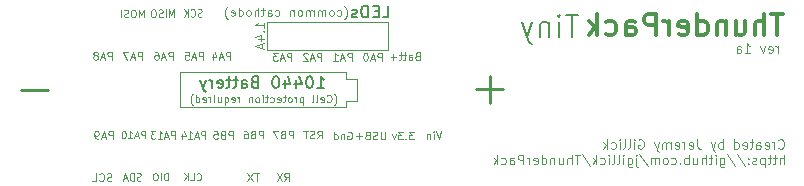
<source format=gbo>
G04 #@! TF.GenerationSoftware,KiCad,Pcbnew,(5.1.5-0-10_14)*
G04 #@! TF.CreationDate,2020-01-18T17:03:48-08:00*
G04 #@! TF.ProjectId,10440,31303434-302e-46b6-9963-61645f706362,rev?*
G04 #@! TF.SameCoordinates,Original*
G04 #@! TF.FileFunction,Legend,Bot*
G04 #@! TF.FilePolarity,Positive*
%FSLAX46Y46*%
G04 Gerber Fmt 4.6, Leading zero omitted, Abs format (unit mm)*
G04 Created by KiCad (PCBNEW (5.1.5-0-10_14)) date 2020-01-18 17:03:48*
%MOMM*%
%LPD*%
G04 APERTURE LIST*
%ADD10C,0.150000*%
%ADD11C,0.100000*%
%ADD12C,0.250000*%
%ADD13C,0.200000*%
%ADD14C,0.300000*%
%ADD15C,0.010000*%
%ADD16C,2.901600*%
%ADD17C,2.501600*%
%ADD18O,1.801600X1.801600*%
%ADD19R,1.801600X1.801600*%
%ADD20O,1.601600X1.201600*%
%ADD21O,1.801600X1.451600*%
G04 APERTURE END LIST*
D10*
X115862857Y-93689285D02*
X114834285Y-93689285D01*
X115348571Y-95489285D02*
X115348571Y-93689285D01*
X114234285Y-95489285D02*
X114234285Y-94289285D01*
X114234285Y-93689285D02*
X114320000Y-93775000D01*
X114234285Y-93860714D01*
X114148571Y-93775000D01*
X114234285Y-93689285D01*
X114234285Y-93860714D01*
X113377142Y-94289285D02*
X113377142Y-95489285D01*
X113377142Y-94460714D02*
X113291428Y-94375000D01*
X113120000Y-94289285D01*
X112862857Y-94289285D01*
X112691428Y-94375000D01*
X112605714Y-94546428D01*
X112605714Y-95489285D01*
X111920000Y-94289285D02*
X111491428Y-95489285D01*
X111062857Y-94289285D02*
X111491428Y-95489285D01*
X111662857Y-95917857D01*
X111748571Y-96003571D01*
X111920000Y-96089285D01*
D11*
X89264285Y-94732142D02*
X89264285Y-94303571D01*
X89264285Y-94517857D02*
X88514285Y-94517857D01*
X88621428Y-94446428D01*
X88692857Y-94375000D01*
X88728571Y-94303571D01*
X89192857Y-95053571D02*
X89228571Y-95089285D01*
X89264285Y-95053571D01*
X89228571Y-95017857D01*
X89192857Y-95053571D01*
X89264285Y-95053571D01*
X88764285Y-95732142D02*
X89264285Y-95732142D01*
X88478571Y-95553571D02*
X89014285Y-95375000D01*
X89014285Y-95839285D01*
X89050000Y-96089285D02*
X89050000Y-96446428D01*
X89264285Y-96017857D02*
X88514285Y-96267857D01*
X89264285Y-96517857D01*
X83971428Y-93788095D02*
X83885714Y-93819047D01*
X83742857Y-93819047D01*
X83685714Y-93788095D01*
X83657142Y-93757142D01*
X83628571Y-93695238D01*
X83628571Y-93633333D01*
X83657142Y-93571428D01*
X83685714Y-93540476D01*
X83742857Y-93509523D01*
X83857142Y-93478571D01*
X83914285Y-93447619D01*
X83942857Y-93416666D01*
X83971428Y-93354761D01*
X83971428Y-93292857D01*
X83942857Y-93230952D01*
X83914285Y-93200000D01*
X83857142Y-93169047D01*
X83714285Y-93169047D01*
X83628571Y-93200000D01*
X83028571Y-93757142D02*
X83057142Y-93788095D01*
X83142857Y-93819047D01*
X83200000Y-93819047D01*
X83285714Y-93788095D01*
X83342857Y-93726190D01*
X83371428Y-93664285D01*
X83400000Y-93540476D01*
X83400000Y-93447619D01*
X83371428Y-93323809D01*
X83342857Y-93261904D01*
X83285714Y-93200000D01*
X83200000Y-93169047D01*
X83142857Y-93169047D01*
X83057142Y-93200000D01*
X83028571Y-93230952D01*
X82771428Y-93819047D02*
X82771428Y-93169047D01*
X82428571Y-93819047D02*
X82685714Y-93447619D01*
X82428571Y-93169047D02*
X82771428Y-93540476D01*
X81592857Y-93844047D02*
X81592857Y-93194047D01*
X81392857Y-93658333D01*
X81192857Y-93194047D01*
X81192857Y-93844047D01*
X80907142Y-93844047D02*
X80907142Y-93194047D01*
X80650000Y-93813095D02*
X80564285Y-93844047D01*
X80421428Y-93844047D01*
X80364285Y-93813095D01*
X80335714Y-93782142D01*
X80307142Y-93720238D01*
X80307142Y-93658333D01*
X80335714Y-93596428D01*
X80364285Y-93565476D01*
X80421428Y-93534523D01*
X80535714Y-93503571D01*
X80592857Y-93472619D01*
X80621428Y-93441666D01*
X80650000Y-93379761D01*
X80650000Y-93317857D01*
X80621428Y-93255952D01*
X80592857Y-93225000D01*
X80535714Y-93194047D01*
X80392857Y-93194047D01*
X80307142Y-93225000D01*
X79935714Y-93194047D02*
X79821428Y-93194047D01*
X79764285Y-93225000D01*
X79707142Y-93286904D01*
X79678571Y-93410714D01*
X79678571Y-93627380D01*
X79707142Y-93751190D01*
X79764285Y-93813095D01*
X79821428Y-93844047D01*
X79935714Y-93844047D01*
X79992857Y-93813095D01*
X80050000Y-93751190D01*
X80078571Y-93627380D01*
X80078571Y-93410714D01*
X80050000Y-93286904D01*
X79992857Y-93225000D01*
X79935714Y-93194047D01*
X79042857Y-93869047D02*
X79042857Y-93219047D01*
X78842857Y-93683333D01*
X78642857Y-93219047D01*
X78642857Y-93869047D01*
X78242857Y-93219047D02*
X78128571Y-93219047D01*
X78071428Y-93250000D01*
X78014285Y-93311904D01*
X77985714Y-93435714D01*
X77985714Y-93652380D01*
X78014285Y-93776190D01*
X78071428Y-93838095D01*
X78128571Y-93869047D01*
X78242857Y-93869047D01*
X78300000Y-93838095D01*
X78357142Y-93776190D01*
X78385714Y-93652380D01*
X78385714Y-93435714D01*
X78357142Y-93311904D01*
X78300000Y-93250000D01*
X78242857Y-93219047D01*
X77757142Y-93838095D02*
X77671428Y-93869047D01*
X77528571Y-93869047D01*
X77471428Y-93838095D01*
X77442857Y-93807142D01*
X77414285Y-93745238D01*
X77414285Y-93683333D01*
X77442857Y-93621428D01*
X77471428Y-93590476D01*
X77528571Y-93559523D01*
X77642857Y-93528571D01*
X77700000Y-93497619D01*
X77728571Y-93466666D01*
X77757142Y-93404761D01*
X77757142Y-93342857D01*
X77728571Y-93280952D01*
X77700000Y-93250000D01*
X77642857Y-93219047D01*
X77500000Y-93219047D01*
X77414285Y-93250000D01*
X77157142Y-93869047D02*
X77157142Y-93219047D01*
D12*
X109492857Y-99939285D02*
X107207142Y-99939285D01*
X108350000Y-101082142D02*
X108350000Y-98796428D01*
X70917857Y-99989285D02*
X68632142Y-99989285D01*
D11*
X83527142Y-107614285D02*
X83555714Y-107642857D01*
X83641428Y-107671428D01*
X83698571Y-107671428D01*
X83784285Y-107642857D01*
X83841428Y-107585714D01*
X83870000Y-107528571D01*
X83898571Y-107414285D01*
X83898571Y-107328571D01*
X83870000Y-107214285D01*
X83841428Y-107157142D01*
X83784285Y-107100000D01*
X83698571Y-107071428D01*
X83641428Y-107071428D01*
X83555714Y-107100000D01*
X83527142Y-107128571D01*
X82984285Y-107671428D02*
X83270000Y-107671428D01*
X83270000Y-107071428D01*
X82784285Y-107671428D02*
X82784285Y-107071428D01*
X82441428Y-107671428D02*
X82698571Y-107328571D01*
X82441428Y-107071428D02*
X82784285Y-107414285D01*
X81084285Y-107671428D02*
X81084285Y-107071428D01*
X80941428Y-107071428D01*
X80855714Y-107100000D01*
X80798571Y-107157142D01*
X80770000Y-107214285D01*
X80741428Y-107328571D01*
X80741428Y-107414285D01*
X80770000Y-107528571D01*
X80798571Y-107585714D01*
X80855714Y-107642857D01*
X80941428Y-107671428D01*
X81084285Y-107671428D01*
X80484285Y-107671428D02*
X80484285Y-107071428D01*
X80084285Y-107071428D02*
X79970000Y-107071428D01*
X79912857Y-107100000D01*
X79855714Y-107157142D01*
X79827142Y-107271428D01*
X79827142Y-107471428D01*
X79855714Y-107585714D01*
X79912857Y-107642857D01*
X79970000Y-107671428D01*
X80084285Y-107671428D01*
X80141428Y-107642857D01*
X80198571Y-107585714D01*
X80227142Y-107471428D01*
X80227142Y-107271428D01*
X80198571Y-107157142D01*
X80141428Y-107100000D01*
X80084285Y-107071428D01*
X76318809Y-107688095D02*
X76225952Y-107719047D01*
X76071190Y-107719047D01*
X76009285Y-107688095D01*
X75978333Y-107657142D01*
X75947380Y-107595238D01*
X75947380Y-107533333D01*
X75978333Y-107471428D01*
X76009285Y-107440476D01*
X76071190Y-107409523D01*
X76195000Y-107378571D01*
X76256904Y-107347619D01*
X76287857Y-107316666D01*
X76318809Y-107254761D01*
X76318809Y-107192857D01*
X76287857Y-107130952D01*
X76256904Y-107100000D01*
X76195000Y-107069047D01*
X76040238Y-107069047D01*
X75947380Y-107100000D01*
X75297380Y-107657142D02*
X75328333Y-107688095D01*
X75421190Y-107719047D01*
X75483095Y-107719047D01*
X75575952Y-107688095D01*
X75637857Y-107626190D01*
X75668809Y-107564285D01*
X75699761Y-107440476D01*
X75699761Y-107347619D01*
X75668809Y-107223809D01*
X75637857Y-107161904D01*
X75575952Y-107100000D01*
X75483095Y-107069047D01*
X75421190Y-107069047D01*
X75328333Y-107100000D01*
X75297380Y-107130952D01*
X74709285Y-107719047D02*
X75018809Y-107719047D01*
X75018809Y-107069047D01*
X78798571Y-107663095D02*
X78712857Y-107694047D01*
X78570000Y-107694047D01*
X78512857Y-107663095D01*
X78484285Y-107632142D01*
X78455714Y-107570238D01*
X78455714Y-107508333D01*
X78484285Y-107446428D01*
X78512857Y-107415476D01*
X78570000Y-107384523D01*
X78684285Y-107353571D01*
X78741428Y-107322619D01*
X78770000Y-107291666D01*
X78798571Y-107229761D01*
X78798571Y-107167857D01*
X78770000Y-107105952D01*
X78741428Y-107075000D01*
X78684285Y-107044047D01*
X78541428Y-107044047D01*
X78455714Y-107075000D01*
X78198571Y-107694047D02*
X78198571Y-107044047D01*
X78055714Y-107044047D01*
X77970000Y-107075000D01*
X77912857Y-107136904D01*
X77884285Y-107198809D01*
X77855714Y-107322619D01*
X77855714Y-107415476D01*
X77884285Y-107539285D01*
X77912857Y-107601190D01*
X77970000Y-107663095D01*
X78055714Y-107694047D01*
X78198571Y-107694047D01*
X77627142Y-107508333D02*
X77341428Y-107508333D01*
X77684285Y-107694047D02*
X77484285Y-107044047D01*
X77284285Y-107694047D01*
X88790238Y-107044047D02*
X88418809Y-107044047D01*
X88604523Y-107694047D02*
X88604523Y-107044047D01*
X88264047Y-107044047D02*
X87830714Y-107694047D01*
X87830714Y-107044047D02*
X88264047Y-107694047D01*
X90953333Y-107694047D02*
X91170000Y-107384523D01*
X91324761Y-107694047D02*
X91324761Y-107044047D01*
X91077142Y-107044047D01*
X91015238Y-107075000D01*
X90984285Y-107105952D01*
X90953333Y-107167857D01*
X90953333Y-107260714D01*
X90984285Y-107322619D01*
X91015238Y-107353571D01*
X91077142Y-107384523D01*
X91324761Y-107384523D01*
X90736666Y-107044047D02*
X90303333Y-107694047D01*
X90303333Y-107044047D02*
X90736666Y-107694047D01*
X89525000Y-94250000D02*
X99745000Y-94250000D01*
X89525000Y-96600000D02*
X89525000Y-94250000D01*
X99745000Y-96600000D02*
X89525000Y-96600000D01*
X99745000Y-94250000D02*
X99745000Y-96600000D01*
X93745952Y-104119047D02*
X93962619Y-103809523D01*
X94117380Y-104119047D02*
X94117380Y-103469047D01*
X93869761Y-103469047D01*
X93807857Y-103500000D01*
X93776904Y-103530952D01*
X93745952Y-103592857D01*
X93745952Y-103685714D01*
X93776904Y-103747619D01*
X93807857Y-103778571D01*
X93869761Y-103809523D01*
X94117380Y-103809523D01*
X93498333Y-104088095D02*
X93405476Y-104119047D01*
X93250714Y-104119047D01*
X93188809Y-104088095D01*
X93157857Y-104057142D01*
X93126904Y-103995238D01*
X93126904Y-103933333D01*
X93157857Y-103871428D01*
X93188809Y-103840476D01*
X93250714Y-103809523D01*
X93374523Y-103778571D01*
X93436428Y-103747619D01*
X93467380Y-103716666D01*
X93498333Y-103654761D01*
X93498333Y-103592857D01*
X93467380Y-103530952D01*
X93436428Y-103500000D01*
X93374523Y-103469047D01*
X93219761Y-103469047D01*
X93126904Y-103500000D01*
X92941190Y-103469047D02*
X92569761Y-103469047D01*
X92755476Y-104119047D02*
X92755476Y-103469047D01*
X91694761Y-104119047D02*
X91694761Y-103469047D01*
X91447142Y-103469047D01*
X91385238Y-103500000D01*
X91354285Y-103530952D01*
X91323333Y-103592857D01*
X91323333Y-103685714D01*
X91354285Y-103747619D01*
X91385238Y-103778571D01*
X91447142Y-103809523D01*
X91694761Y-103809523D01*
X90828095Y-103778571D02*
X90735238Y-103809523D01*
X90704285Y-103840476D01*
X90673333Y-103902380D01*
X90673333Y-103995238D01*
X90704285Y-104057142D01*
X90735238Y-104088095D01*
X90797142Y-104119047D01*
X91044761Y-104119047D01*
X91044761Y-103469047D01*
X90828095Y-103469047D01*
X90766190Y-103500000D01*
X90735238Y-103530952D01*
X90704285Y-103592857D01*
X90704285Y-103654761D01*
X90735238Y-103716666D01*
X90766190Y-103747619D01*
X90828095Y-103778571D01*
X91044761Y-103778571D01*
X90456666Y-103469047D02*
X90023333Y-103469047D01*
X90301904Y-104119047D01*
X89144761Y-104119047D02*
X89144761Y-103469047D01*
X88897142Y-103469047D01*
X88835238Y-103500000D01*
X88804285Y-103530952D01*
X88773333Y-103592857D01*
X88773333Y-103685714D01*
X88804285Y-103747619D01*
X88835238Y-103778571D01*
X88897142Y-103809523D01*
X89144761Y-103809523D01*
X88278095Y-103778571D02*
X88185238Y-103809523D01*
X88154285Y-103840476D01*
X88123333Y-103902380D01*
X88123333Y-103995238D01*
X88154285Y-104057142D01*
X88185238Y-104088095D01*
X88247142Y-104119047D01*
X88494761Y-104119047D01*
X88494761Y-103469047D01*
X88278095Y-103469047D01*
X88216190Y-103500000D01*
X88185238Y-103530952D01*
X88154285Y-103592857D01*
X88154285Y-103654761D01*
X88185238Y-103716666D01*
X88216190Y-103747619D01*
X88278095Y-103778571D01*
X88494761Y-103778571D01*
X87566190Y-103469047D02*
X87690000Y-103469047D01*
X87751904Y-103500000D01*
X87782857Y-103530952D01*
X87844761Y-103623809D01*
X87875714Y-103747619D01*
X87875714Y-103995238D01*
X87844761Y-104057142D01*
X87813809Y-104088095D01*
X87751904Y-104119047D01*
X87628095Y-104119047D01*
X87566190Y-104088095D01*
X87535238Y-104057142D01*
X87504285Y-103995238D01*
X87504285Y-103840476D01*
X87535238Y-103778571D01*
X87566190Y-103747619D01*
X87628095Y-103716666D01*
X87751904Y-103716666D01*
X87813809Y-103747619D01*
X87844761Y-103778571D01*
X87875714Y-103840476D01*
X132754523Y-96861904D02*
X132754523Y-96328571D01*
X132754523Y-96480952D02*
X132716428Y-96404761D01*
X132678333Y-96366666D01*
X132602142Y-96328571D01*
X132525952Y-96328571D01*
X131954523Y-96823809D02*
X132030714Y-96861904D01*
X132183095Y-96861904D01*
X132259285Y-96823809D01*
X132297380Y-96747619D01*
X132297380Y-96442857D01*
X132259285Y-96366666D01*
X132183095Y-96328571D01*
X132030714Y-96328571D01*
X131954523Y-96366666D01*
X131916428Y-96442857D01*
X131916428Y-96519047D01*
X132297380Y-96595238D01*
X131649761Y-96328571D02*
X131459285Y-96861904D01*
X131268809Y-96328571D01*
X129935476Y-96861904D02*
X130392619Y-96861904D01*
X130164047Y-96861904D02*
X130164047Y-96061904D01*
X130240238Y-96176190D01*
X130316428Y-96252380D01*
X130392619Y-96290476D01*
X129249761Y-96861904D02*
X129249761Y-96442857D01*
X129287857Y-96366666D01*
X129364047Y-96328571D01*
X129516428Y-96328571D01*
X129592619Y-96366666D01*
X129249761Y-96823809D02*
X129325952Y-96861904D01*
X129516428Y-96861904D01*
X129592619Y-96823809D01*
X129630714Y-96747619D01*
X129630714Y-96671428D01*
X129592619Y-96595238D01*
X129516428Y-96557142D01*
X129325952Y-96557142D01*
X129249761Y-96519047D01*
X132797380Y-104910714D02*
X132835476Y-104948809D01*
X132949761Y-104986904D01*
X133025952Y-104986904D01*
X133140238Y-104948809D01*
X133216428Y-104872619D01*
X133254523Y-104796428D01*
X133292619Y-104644047D01*
X133292619Y-104529761D01*
X133254523Y-104377380D01*
X133216428Y-104301190D01*
X133140238Y-104225000D01*
X133025952Y-104186904D01*
X132949761Y-104186904D01*
X132835476Y-104225000D01*
X132797380Y-104263095D01*
X132454523Y-104986904D02*
X132454523Y-104453571D01*
X132454523Y-104605952D02*
X132416428Y-104529761D01*
X132378333Y-104491666D01*
X132302142Y-104453571D01*
X132225952Y-104453571D01*
X131654523Y-104948809D02*
X131730714Y-104986904D01*
X131883095Y-104986904D01*
X131959285Y-104948809D01*
X131997380Y-104872619D01*
X131997380Y-104567857D01*
X131959285Y-104491666D01*
X131883095Y-104453571D01*
X131730714Y-104453571D01*
X131654523Y-104491666D01*
X131616428Y-104567857D01*
X131616428Y-104644047D01*
X131997380Y-104720238D01*
X130930714Y-104986904D02*
X130930714Y-104567857D01*
X130968809Y-104491666D01*
X131045000Y-104453571D01*
X131197380Y-104453571D01*
X131273571Y-104491666D01*
X130930714Y-104948809D02*
X131006904Y-104986904D01*
X131197380Y-104986904D01*
X131273571Y-104948809D01*
X131311666Y-104872619D01*
X131311666Y-104796428D01*
X131273571Y-104720238D01*
X131197380Y-104682142D01*
X131006904Y-104682142D01*
X130930714Y-104644047D01*
X130664047Y-104453571D02*
X130359285Y-104453571D01*
X130549761Y-104186904D02*
X130549761Y-104872619D01*
X130511666Y-104948809D01*
X130435476Y-104986904D01*
X130359285Y-104986904D01*
X129787857Y-104948809D02*
X129864047Y-104986904D01*
X130016428Y-104986904D01*
X130092619Y-104948809D01*
X130130714Y-104872619D01*
X130130714Y-104567857D01*
X130092619Y-104491666D01*
X130016428Y-104453571D01*
X129864047Y-104453571D01*
X129787857Y-104491666D01*
X129749761Y-104567857D01*
X129749761Y-104644047D01*
X130130714Y-104720238D01*
X129064047Y-104986904D02*
X129064047Y-104186904D01*
X129064047Y-104948809D02*
X129140238Y-104986904D01*
X129292619Y-104986904D01*
X129368809Y-104948809D01*
X129406904Y-104910714D01*
X129445000Y-104834523D01*
X129445000Y-104605952D01*
X129406904Y-104529761D01*
X129368809Y-104491666D01*
X129292619Y-104453571D01*
X129140238Y-104453571D01*
X129064047Y-104491666D01*
X128073571Y-104986904D02*
X128073571Y-104186904D01*
X128073571Y-104491666D02*
X127997380Y-104453571D01*
X127845000Y-104453571D01*
X127768809Y-104491666D01*
X127730714Y-104529761D01*
X127692619Y-104605952D01*
X127692619Y-104834523D01*
X127730714Y-104910714D01*
X127768809Y-104948809D01*
X127845000Y-104986904D01*
X127997380Y-104986904D01*
X128073571Y-104948809D01*
X127425952Y-104453571D02*
X127235476Y-104986904D01*
X127045000Y-104453571D02*
X127235476Y-104986904D01*
X127311666Y-105177380D01*
X127349761Y-105215476D01*
X127425952Y-105253571D01*
X125902142Y-104186904D02*
X125902142Y-104758333D01*
X125940238Y-104872619D01*
X126016428Y-104948809D01*
X126130714Y-104986904D01*
X126206904Y-104986904D01*
X125216428Y-104948809D02*
X125292619Y-104986904D01*
X125445000Y-104986904D01*
X125521190Y-104948809D01*
X125559285Y-104872619D01*
X125559285Y-104567857D01*
X125521190Y-104491666D01*
X125445000Y-104453571D01*
X125292619Y-104453571D01*
X125216428Y-104491666D01*
X125178333Y-104567857D01*
X125178333Y-104644047D01*
X125559285Y-104720238D01*
X124835476Y-104986904D02*
X124835476Y-104453571D01*
X124835476Y-104605952D02*
X124797380Y-104529761D01*
X124759285Y-104491666D01*
X124683095Y-104453571D01*
X124606904Y-104453571D01*
X124035476Y-104948809D02*
X124111666Y-104986904D01*
X124264047Y-104986904D01*
X124340238Y-104948809D01*
X124378333Y-104872619D01*
X124378333Y-104567857D01*
X124340238Y-104491666D01*
X124264047Y-104453571D01*
X124111666Y-104453571D01*
X124035476Y-104491666D01*
X123997380Y-104567857D01*
X123997380Y-104644047D01*
X124378333Y-104720238D01*
X123654523Y-104986904D02*
X123654523Y-104453571D01*
X123654523Y-104529761D02*
X123616428Y-104491666D01*
X123540238Y-104453571D01*
X123425952Y-104453571D01*
X123349761Y-104491666D01*
X123311666Y-104567857D01*
X123311666Y-104986904D01*
X123311666Y-104567857D02*
X123273571Y-104491666D01*
X123197380Y-104453571D01*
X123083095Y-104453571D01*
X123006904Y-104491666D01*
X122968809Y-104567857D01*
X122968809Y-104986904D01*
X122664047Y-104453571D02*
X122473571Y-104986904D01*
X122283095Y-104453571D02*
X122473571Y-104986904D01*
X122549761Y-105177380D01*
X122587857Y-105215476D01*
X122664047Y-105253571D01*
X120949761Y-104225000D02*
X121025952Y-104186904D01*
X121140238Y-104186904D01*
X121254523Y-104225000D01*
X121330714Y-104301190D01*
X121368809Y-104377380D01*
X121406904Y-104529761D01*
X121406904Y-104644047D01*
X121368809Y-104796428D01*
X121330714Y-104872619D01*
X121254523Y-104948809D01*
X121140238Y-104986904D01*
X121064047Y-104986904D01*
X120949761Y-104948809D01*
X120911666Y-104910714D01*
X120911666Y-104644047D01*
X121064047Y-104644047D01*
X120568809Y-104986904D02*
X120568809Y-104453571D01*
X120568809Y-104186904D02*
X120606904Y-104225000D01*
X120568809Y-104263095D01*
X120530714Y-104225000D01*
X120568809Y-104186904D01*
X120568809Y-104263095D01*
X120073571Y-104986904D02*
X120149761Y-104948809D01*
X120187857Y-104872619D01*
X120187857Y-104186904D01*
X119654523Y-104986904D02*
X119730714Y-104948809D01*
X119768809Y-104872619D01*
X119768809Y-104186904D01*
X119349761Y-104986904D02*
X119349761Y-104453571D01*
X119349761Y-104186904D02*
X119387857Y-104225000D01*
X119349761Y-104263095D01*
X119311666Y-104225000D01*
X119349761Y-104186904D01*
X119349761Y-104263095D01*
X118625952Y-104948809D02*
X118702142Y-104986904D01*
X118854523Y-104986904D01*
X118930714Y-104948809D01*
X118968809Y-104910714D01*
X119006904Y-104834523D01*
X119006904Y-104605952D01*
X118968809Y-104529761D01*
X118930714Y-104491666D01*
X118854523Y-104453571D01*
X118702142Y-104453571D01*
X118625952Y-104491666D01*
X118283095Y-104986904D02*
X118283095Y-104186904D01*
X118206904Y-104682142D02*
X117978333Y-104986904D01*
X117978333Y-104453571D02*
X118283095Y-104758333D01*
X133254523Y-106286904D02*
X133254523Y-105486904D01*
X132911666Y-106286904D02*
X132911666Y-105867857D01*
X132949761Y-105791666D01*
X133025952Y-105753571D01*
X133140238Y-105753571D01*
X133216428Y-105791666D01*
X133254523Y-105829761D01*
X132645000Y-105753571D02*
X132340238Y-105753571D01*
X132530714Y-105486904D02*
X132530714Y-106172619D01*
X132492619Y-106248809D01*
X132416428Y-106286904D01*
X132340238Y-106286904D01*
X132187857Y-105753571D02*
X131883095Y-105753571D01*
X132073571Y-105486904D02*
X132073571Y-106172619D01*
X132035476Y-106248809D01*
X131959285Y-106286904D01*
X131883095Y-106286904D01*
X131616428Y-105753571D02*
X131616428Y-106553571D01*
X131616428Y-105791666D02*
X131540238Y-105753571D01*
X131387857Y-105753571D01*
X131311666Y-105791666D01*
X131273571Y-105829761D01*
X131235476Y-105905952D01*
X131235476Y-106134523D01*
X131273571Y-106210714D01*
X131311666Y-106248809D01*
X131387857Y-106286904D01*
X131540238Y-106286904D01*
X131616428Y-106248809D01*
X130930714Y-106248809D02*
X130854523Y-106286904D01*
X130702142Y-106286904D01*
X130625952Y-106248809D01*
X130587857Y-106172619D01*
X130587857Y-106134523D01*
X130625952Y-106058333D01*
X130702142Y-106020238D01*
X130816428Y-106020238D01*
X130892619Y-105982142D01*
X130930714Y-105905952D01*
X130930714Y-105867857D01*
X130892619Y-105791666D01*
X130816428Y-105753571D01*
X130702142Y-105753571D01*
X130625952Y-105791666D01*
X130245000Y-106210714D02*
X130206904Y-106248809D01*
X130245000Y-106286904D01*
X130283095Y-106248809D01*
X130245000Y-106210714D01*
X130245000Y-106286904D01*
X130245000Y-105791666D02*
X130206904Y-105829761D01*
X130245000Y-105867857D01*
X130283095Y-105829761D01*
X130245000Y-105791666D01*
X130245000Y-105867857D01*
X129292619Y-105448809D02*
X129978333Y-106477380D01*
X128454523Y-105448809D02*
X129140238Y-106477380D01*
X127845000Y-105753571D02*
X127845000Y-106401190D01*
X127883095Y-106477380D01*
X127921190Y-106515476D01*
X127997380Y-106553571D01*
X128111666Y-106553571D01*
X128187857Y-106515476D01*
X127845000Y-106248809D02*
X127921190Y-106286904D01*
X128073571Y-106286904D01*
X128149761Y-106248809D01*
X128187857Y-106210714D01*
X128225952Y-106134523D01*
X128225952Y-105905952D01*
X128187857Y-105829761D01*
X128149761Y-105791666D01*
X128073571Y-105753571D01*
X127921190Y-105753571D01*
X127845000Y-105791666D01*
X127464047Y-106286904D02*
X127464047Y-105753571D01*
X127464047Y-105486904D02*
X127502142Y-105525000D01*
X127464047Y-105563095D01*
X127425952Y-105525000D01*
X127464047Y-105486904D01*
X127464047Y-105563095D01*
X127197380Y-105753571D02*
X126892619Y-105753571D01*
X127083095Y-105486904D02*
X127083095Y-106172619D01*
X127045000Y-106248809D01*
X126968809Y-106286904D01*
X126892619Y-106286904D01*
X126625952Y-106286904D02*
X126625952Y-105486904D01*
X126283095Y-106286904D02*
X126283095Y-105867857D01*
X126321190Y-105791666D01*
X126397380Y-105753571D01*
X126511666Y-105753571D01*
X126587857Y-105791666D01*
X126625952Y-105829761D01*
X125559285Y-105753571D02*
X125559285Y-106286904D01*
X125902142Y-105753571D02*
X125902142Y-106172619D01*
X125864047Y-106248809D01*
X125787857Y-106286904D01*
X125673571Y-106286904D01*
X125597380Y-106248809D01*
X125559285Y-106210714D01*
X125178333Y-106286904D02*
X125178333Y-105486904D01*
X125178333Y-105791666D02*
X125102142Y-105753571D01*
X124949761Y-105753571D01*
X124873571Y-105791666D01*
X124835476Y-105829761D01*
X124797380Y-105905952D01*
X124797380Y-106134523D01*
X124835476Y-106210714D01*
X124873571Y-106248809D01*
X124949761Y-106286904D01*
X125102142Y-106286904D01*
X125178333Y-106248809D01*
X124454523Y-106210714D02*
X124416428Y-106248809D01*
X124454523Y-106286904D01*
X124492619Y-106248809D01*
X124454523Y-106210714D01*
X124454523Y-106286904D01*
X123730714Y-106248809D02*
X123806904Y-106286904D01*
X123959285Y-106286904D01*
X124035476Y-106248809D01*
X124073571Y-106210714D01*
X124111666Y-106134523D01*
X124111666Y-105905952D01*
X124073571Y-105829761D01*
X124035476Y-105791666D01*
X123959285Y-105753571D01*
X123806904Y-105753571D01*
X123730714Y-105791666D01*
X123273571Y-106286904D02*
X123349761Y-106248809D01*
X123387857Y-106210714D01*
X123425952Y-106134523D01*
X123425952Y-105905952D01*
X123387857Y-105829761D01*
X123349761Y-105791666D01*
X123273571Y-105753571D01*
X123159285Y-105753571D01*
X123083095Y-105791666D01*
X123045000Y-105829761D01*
X123006904Y-105905952D01*
X123006904Y-106134523D01*
X123045000Y-106210714D01*
X123083095Y-106248809D01*
X123159285Y-106286904D01*
X123273571Y-106286904D01*
X122664047Y-106286904D02*
X122664047Y-105753571D01*
X122664047Y-105829761D02*
X122625952Y-105791666D01*
X122549761Y-105753571D01*
X122435476Y-105753571D01*
X122359285Y-105791666D01*
X122321190Y-105867857D01*
X122321190Y-106286904D01*
X122321190Y-105867857D02*
X122283095Y-105791666D01*
X122206904Y-105753571D01*
X122092619Y-105753571D01*
X122016428Y-105791666D01*
X121978333Y-105867857D01*
X121978333Y-106286904D01*
X121025952Y-105448809D02*
X121711666Y-106477380D01*
X120759285Y-105753571D02*
X120759285Y-106439285D01*
X120797380Y-106515476D01*
X120873571Y-106553571D01*
X120911666Y-106553571D01*
X120759285Y-105486904D02*
X120797380Y-105525000D01*
X120759285Y-105563095D01*
X120721190Y-105525000D01*
X120759285Y-105486904D01*
X120759285Y-105563095D01*
X120035476Y-105753571D02*
X120035476Y-106401190D01*
X120073571Y-106477380D01*
X120111666Y-106515476D01*
X120187857Y-106553571D01*
X120302142Y-106553571D01*
X120378333Y-106515476D01*
X120035476Y-106248809D02*
X120111666Y-106286904D01*
X120264047Y-106286904D01*
X120340238Y-106248809D01*
X120378333Y-106210714D01*
X120416428Y-106134523D01*
X120416428Y-105905952D01*
X120378333Y-105829761D01*
X120340238Y-105791666D01*
X120264047Y-105753571D01*
X120111666Y-105753571D01*
X120035476Y-105791666D01*
X119654523Y-106286904D02*
X119654523Y-105753571D01*
X119654523Y-105486904D02*
X119692619Y-105525000D01*
X119654523Y-105563095D01*
X119616428Y-105525000D01*
X119654523Y-105486904D01*
X119654523Y-105563095D01*
X119159285Y-106286904D02*
X119235476Y-106248809D01*
X119273571Y-106172619D01*
X119273571Y-105486904D01*
X118740238Y-106286904D02*
X118816428Y-106248809D01*
X118854523Y-106172619D01*
X118854523Y-105486904D01*
X118435476Y-106286904D02*
X118435476Y-105753571D01*
X118435476Y-105486904D02*
X118473571Y-105525000D01*
X118435476Y-105563095D01*
X118397380Y-105525000D01*
X118435476Y-105486904D01*
X118435476Y-105563095D01*
X117711666Y-106248809D02*
X117787857Y-106286904D01*
X117940238Y-106286904D01*
X118016428Y-106248809D01*
X118054523Y-106210714D01*
X118092619Y-106134523D01*
X118092619Y-105905952D01*
X118054523Y-105829761D01*
X118016428Y-105791666D01*
X117940238Y-105753571D01*
X117787857Y-105753571D01*
X117711666Y-105791666D01*
X117368809Y-106286904D02*
X117368809Y-105486904D01*
X117292619Y-105982142D02*
X117064047Y-106286904D01*
X117064047Y-105753571D02*
X117368809Y-106058333D01*
X116149761Y-105448809D02*
X116835476Y-106477380D01*
X115997380Y-105486904D02*
X115540238Y-105486904D01*
X115768809Y-106286904D02*
X115768809Y-105486904D01*
X115273571Y-106286904D02*
X115273571Y-105486904D01*
X114930714Y-106286904D02*
X114930714Y-105867857D01*
X114968809Y-105791666D01*
X115045000Y-105753571D01*
X115159285Y-105753571D01*
X115235476Y-105791666D01*
X115273571Y-105829761D01*
X114206904Y-105753571D02*
X114206904Y-106286904D01*
X114549761Y-105753571D02*
X114549761Y-106172619D01*
X114511666Y-106248809D01*
X114435476Y-106286904D01*
X114321190Y-106286904D01*
X114245000Y-106248809D01*
X114206904Y-106210714D01*
X113825952Y-105753571D02*
X113825952Y-106286904D01*
X113825952Y-105829761D02*
X113787857Y-105791666D01*
X113711666Y-105753571D01*
X113597380Y-105753571D01*
X113521190Y-105791666D01*
X113483095Y-105867857D01*
X113483095Y-106286904D01*
X112759285Y-106286904D02*
X112759285Y-105486904D01*
X112759285Y-106248809D02*
X112835476Y-106286904D01*
X112987857Y-106286904D01*
X113064047Y-106248809D01*
X113102142Y-106210714D01*
X113140238Y-106134523D01*
X113140238Y-105905952D01*
X113102142Y-105829761D01*
X113064047Y-105791666D01*
X112987857Y-105753571D01*
X112835476Y-105753571D01*
X112759285Y-105791666D01*
X112073571Y-106248809D02*
X112149761Y-106286904D01*
X112302142Y-106286904D01*
X112378333Y-106248809D01*
X112416428Y-106172619D01*
X112416428Y-105867857D01*
X112378333Y-105791666D01*
X112302142Y-105753571D01*
X112149761Y-105753571D01*
X112073571Y-105791666D01*
X112035476Y-105867857D01*
X112035476Y-105944047D01*
X112416428Y-106020238D01*
X111692619Y-106286904D02*
X111692619Y-105753571D01*
X111692619Y-105905952D02*
X111654523Y-105829761D01*
X111616428Y-105791666D01*
X111540238Y-105753571D01*
X111464047Y-105753571D01*
X111197380Y-106286904D02*
X111197380Y-105486904D01*
X110892619Y-105486904D01*
X110816428Y-105525000D01*
X110778333Y-105563095D01*
X110740238Y-105639285D01*
X110740238Y-105753571D01*
X110778333Y-105829761D01*
X110816428Y-105867857D01*
X110892619Y-105905952D01*
X111197380Y-105905952D01*
X110054523Y-106286904D02*
X110054523Y-105867857D01*
X110092619Y-105791666D01*
X110168809Y-105753571D01*
X110321190Y-105753571D01*
X110397380Y-105791666D01*
X110054523Y-106248809D02*
X110130714Y-106286904D01*
X110321190Y-106286904D01*
X110397380Y-106248809D01*
X110435476Y-106172619D01*
X110435476Y-106096428D01*
X110397380Y-106020238D01*
X110321190Y-105982142D01*
X110130714Y-105982142D01*
X110054523Y-105944047D01*
X109330714Y-106248809D02*
X109406904Y-106286904D01*
X109559285Y-106286904D01*
X109635476Y-106248809D01*
X109673571Y-106210714D01*
X109711666Y-106134523D01*
X109711666Y-105905952D01*
X109673571Y-105829761D01*
X109635476Y-105791666D01*
X109559285Y-105753571D01*
X109406904Y-105753571D01*
X109330714Y-105791666D01*
X108987857Y-106286904D02*
X108987857Y-105486904D01*
X108911666Y-105982142D02*
X108683095Y-106286904D01*
X108683095Y-105753571D02*
X108987857Y-106058333D01*
X96046428Y-94008333D02*
X96082142Y-93975000D01*
X96153571Y-93875000D01*
X96189285Y-93808333D01*
X96225000Y-93708333D01*
X96260714Y-93541666D01*
X96260714Y-93408333D01*
X96225000Y-93241666D01*
X96189285Y-93141666D01*
X96153571Y-93075000D01*
X96082142Y-92975000D01*
X96046428Y-92941666D01*
X95439285Y-93708333D02*
X95510714Y-93741666D01*
X95653571Y-93741666D01*
X95725000Y-93708333D01*
X95760714Y-93675000D01*
X95796428Y-93608333D01*
X95796428Y-93408333D01*
X95760714Y-93341666D01*
X95725000Y-93308333D01*
X95653571Y-93275000D01*
X95510714Y-93275000D01*
X95439285Y-93308333D01*
X95010714Y-93741666D02*
X95082142Y-93708333D01*
X95117857Y-93675000D01*
X95153571Y-93608333D01*
X95153571Y-93408333D01*
X95117857Y-93341666D01*
X95082142Y-93308333D01*
X95010714Y-93275000D01*
X94903571Y-93275000D01*
X94832142Y-93308333D01*
X94796428Y-93341666D01*
X94760714Y-93408333D01*
X94760714Y-93608333D01*
X94796428Y-93675000D01*
X94832142Y-93708333D01*
X94903571Y-93741666D01*
X95010714Y-93741666D01*
X94439285Y-93741666D02*
X94439285Y-93275000D01*
X94439285Y-93341666D02*
X94403571Y-93308333D01*
X94332142Y-93275000D01*
X94225000Y-93275000D01*
X94153571Y-93308333D01*
X94117857Y-93375000D01*
X94117857Y-93741666D01*
X94117857Y-93375000D02*
X94082142Y-93308333D01*
X94010714Y-93275000D01*
X93903571Y-93275000D01*
X93832142Y-93308333D01*
X93796428Y-93375000D01*
X93796428Y-93741666D01*
X93439285Y-93741666D02*
X93439285Y-93275000D01*
X93439285Y-93341666D02*
X93403571Y-93308333D01*
X93332142Y-93275000D01*
X93225000Y-93275000D01*
X93153571Y-93308333D01*
X93117857Y-93375000D01*
X93117857Y-93741666D01*
X93117857Y-93375000D02*
X93082142Y-93308333D01*
X93010714Y-93275000D01*
X92903571Y-93275000D01*
X92832142Y-93308333D01*
X92796428Y-93375000D01*
X92796428Y-93741666D01*
X92332142Y-93741666D02*
X92403571Y-93708333D01*
X92439285Y-93675000D01*
X92475000Y-93608333D01*
X92475000Y-93408333D01*
X92439285Y-93341666D01*
X92403571Y-93308333D01*
X92332142Y-93275000D01*
X92225000Y-93275000D01*
X92153571Y-93308333D01*
X92117857Y-93341666D01*
X92082142Y-93408333D01*
X92082142Y-93608333D01*
X92117857Y-93675000D01*
X92153571Y-93708333D01*
X92225000Y-93741666D01*
X92332142Y-93741666D01*
X91760714Y-93275000D02*
X91760714Y-93741666D01*
X91760714Y-93341666D02*
X91725000Y-93308333D01*
X91653571Y-93275000D01*
X91546428Y-93275000D01*
X91475000Y-93308333D01*
X91439285Y-93375000D01*
X91439285Y-93741666D01*
X90189285Y-93708333D02*
X90260714Y-93741666D01*
X90403571Y-93741666D01*
X90475000Y-93708333D01*
X90510714Y-93675000D01*
X90546428Y-93608333D01*
X90546428Y-93408333D01*
X90510714Y-93341666D01*
X90475000Y-93308333D01*
X90403571Y-93275000D01*
X90260714Y-93275000D01*
X90189285Y-93308333D01*
X89546428Y-93741666D02*
X89546428Y-93375000D01*
X89582142Y-93308333D01*
X89653571Y-93275000D01*
X89796428Y-93275000D01*
X89867857Y-93308333D01*
X89546428Y-93708333D02*
X89617857Y-93741666D01*
X89796428Y-93741666D01*
X89867857Y-93708333D01*
X89903571Y-93641666D01*
X89903571Y-93575000D01*
X89867857Y-93508333D01*
X89796428Y-93475000D01*
X89617857Y-93475000D01*
X89546428Y-93441666D01*
X89296428Y-93275000D02*
X89010714Y-93275000D01*
X89189285Y-93041666D02*
X89189285Y-93641666D01*
X89153571Y-93708333D01*
X89082142Y-93741666D01*
X89010714Y-93741666D01*
X88760714Y-93741666D02*
X88760714Y-93041666D01*
X88439285Y-93741666D02*
X88439285Y-93375000D01*
X88475000Y-93308333D01*
X88546428Y-93275000D01*
X88653571Y-93275000D01*
X88725000Y-93308333D01*
X88760714Y-93341666D01*
X87975000Y-93741666D02*
X88046428Y-93708333D01*
X88082142Y-93675000D01*
X88117857Y-93608333D01*
X88117857Y-93408333D01*
X88082142Y-93341666D01*
X88046428Y-93308333D01*
X87975000Y-93275000D01*
X87867857Y-93275000D01*
X87796428Y-93308333D01*
X87760714Y-93341666D01*
X87725000Y-93408333D01*
X87725000Y-93608333D01*
X87760714Y-93675000D01*
X87796428Y-93708333D01*
X87867857Y-93741666D01*
X87975000Y-93741666D01*
X87082142Y-93741666D02*
X87082142Y-93041666D01*
X87082142Y-93708333D02*
X87153571Y-93741666D01*
X87296428Y-93741666D01*
X87367857Y-93708333D01*
X87403571Y-93675000D01*
X87439285Y-93608333D01*
X87439285Y-93408333D01*
X87403571Y-93341666D01*
X87367857Y-93308333D01*
X87296428Y-93275000D01*
X87153571Y-93275000D01*
X87082142Y-93308333D01*
X86439285Y-93708333D02*
X86510714Y-93741666D01*
X86653571Y-93741666D01*
X86725000Y-93708333D01*
X86760714Y-93641666D01*
X86760714Y-93375000D01*
X86725000Y-93308333D01*
X86653571Y-93275000D01*
X86510714Y-93275000D01*
X86439285Y-93308333D01*
X86403571Y-93375000D01*
X86403571Y-93441666D01*
X86760714Y-93508333D01*
X86153571Y-94008333D02*
X86117857Y-93975000D01*
X86046428Y-93875000D01*
X86010714Y-93808333D01*
X85975000Y-93708333D01*
X85939285Y-93541666D01*
X85939285Y-93408333D01*
X85975000Y-93241666D01*
X86010714Y-93141666D01*
X86046428Y-93075000D01*
X86117857Y-92975000D01*
X86153571Y-92941666D01*
X86383333Y-97444047D02*
X86383333Y-96794047D01*
X86135714Y-96794047D01*
X86073809Y-96825000D01*
X86042857Y-96855952D01*
X86011904Y-96917857D01*
X86011904Y-97010714D01*
X86042857Y-97072619D01*
X86073809Y-97103571D01*
X86135714Y-97134523D01*
X86383333Y-97134523D01*
X85764285Y-97258333D02*
X85454761Y-97258333D01*
X85826190Y-97444047D02*
X85609523Y-96794047D01*
X85392857Y-97444047D01*
X84897619Y-97010714D02*
X84897619Y-97444047D01*
X85052380Y-96763095D02*
X85207142Y-97227380D01*
X84804761Y-97227380D01*
X84073333Y-97444047D02*
X84073333Y-96794047D01*
X83825714Y-96794047D01*
X83763809Y-96825000D01*
X83732857Y-96855952D01*
X83701904Y-96917857D01*
X83701904Y-97010714D01*
X83732857Y-97072619D01*
X83763809Y-97103571D01*
X83825714Y-97134523D01*
X84073333Y-97134523D01*
X83454285Y-97258333D02*
X83144761Y-97258333D01*
X83516190Y-97444047D02*
X83299523Y-96794047D01*
X83082857Y-97444047D01*
X82556666Y-96794047D02*
X82866190Y-96794047D01*
X82897142Y-97103571D01*
X82866190Y-97072619D01*
X82804285Y-97041666D01*
X82649523Y-97041666D01*
X82587619Y-97072619D01*
X82556666Y-97103571D01*
X82525714Y-97165476D01*
X82525714Y-97320238D01*
X82556666Y-97382142D01*
X82587619Y-97413095D01*
X82649523Y-97444047D01*
X82804285Y-97444047D01*
X82866190Y-97413095D01*
X82897142Y-97382142D01*
X81498333Y-97444047D02*
X81498333Y-96794047D01*
X81250714Y-96794047D01*
X81188809Y-96825000D01*
X81157857Y-96855952D01*
X81126904Y-96917857D01*
X81126904Y-97010714D01*
X81157857Y-97072619D01*
X81188809Y-97103571D01*
X81250714Y-97134523D01*
X81498333Y-97134523D01*
X80879285Y-97258333D02*
X80569761Y-97258333D01*
X80941190Y-97444047D02*
X80724523Y-96794047D01*
X80507857Y-97444047D01*
X80012619Y-96794047D02*
X80136428Y-96794047D01*
X80198333Y-96825000D01*
X80229285Y-96855952D01*
X80291190Y-96948809D01*
X80322142Y-97072619D01*
X80322142Y-97320238D01*
X80291190Y-97382142D01*
X80260238Y-97413095D01*
X80198333Y-97444047D01*
X80074523Y-97444047D01*
X80012619Y-97413095D01*
X79981666Y-97382142D01*
X79950714Y-97320238D01*
X79950714Y-97165476D01*
X79981666Y-97103571D01*
X80012619Y-97072619D01*
X80074523Y-97041666D01*
X80198333Y-97041666D01*
X80260238Y-97072619D01*
X80291190Y-97103571D01*
X80322142Y-97165476D01*
X78898333Y-97444047D02*
X78898333Y-96794047D01*
X78650714Y-96794047D01*
X78588809Y-96825000D01*
X78557857Y-96855952D01*
X78526904Y-96917857D01*
X78526904Y-97010714D01*
X78557857Y-97072619D01*
X78588809Y-97103571D01*
X78650714Y-97134523D01*
X78898333Y-97134523D01*
X78279285Y-97258333D02*
X77969761Y-97258333D01*
X78341190Y-97444047D02*
X78124523Y-96794047D01*
X77907857Y-97444047D01*
X77753095Y-96794047D02*
X77319761Y-96794047D01*
X77598333Y-97444047D01*
X76348333Y-97444047D02*
X76348333Y-96794047D01*
X76100714Y-96794047D01*
X76038809Y-96825000D01*
X76007857Y-96855952D01*
X75976904Y-96917857D01*
X75976904Y-97010714D01*
X76007857Y-97072619D01*
X76038809Y-97103571D01*
X76100714Y-97134523D01*
X76348333Y-97134523D01*
X75729285Y-97258333D02*
X75419761Y-97258333D01*
X75791190Y-97444047D02*
X75574523Y-96794047D01*
X75357857Y-97444047D01*
X75048333Y-97072619D02*
X75110238Y-97041666D01*
X75141190Y-97010714D01*
X75172142Y-96948809D01*
X75172142Y-96917857D01*
X75141190Y-96855952D01*
X75110238Y-96825000D01*
X75048333Y-96794047D01*
X74924523Y-96794047D01*
X74862619Y-96825000D01*
X74831666Y-96855952D01*
X74800714Y-96917857D01*
X74800714Y-96948809D01*
X74831666Y-97010714D01*
X74862619Y-97041666D01*
X74924523Y-97072619D01*
X75048333Y-97072619D01*
X75110238Y-97103571D01*
X75141190Y-97134523D01*
X75172142Y-97196428D01*
X75172142Y-97320238D01*
X75141190Y-97382142D01*
X75110238Y-97413095D01*
X75048333Y-97444047D01*
X74924523Y-97444047D01*
X74862619Y-97413095D01*
X74831666Y-97382142D01*
X74800714Y-97320238D01*
X74800714Y-97196428D01*
X74831666Y-97134523D01*
X74862619Y-97103571D01*
X74924523Y-97072619D01*
X86594761Y-104144047D02*
X86594761Y-103494047D01*
X86347142Y-103494047D01*
X86285238Y-103525000D01*
X86254285Y-103555952D01*
X86223333Y-103617857D01*
X86223333Y-103710714D01*
X86254285Y-103772619D01*
X86285238Y-103803571D01*
X86347142Y-103834523D01*
X86594761Y-103834523D01*
X85728095Y-103803571D02*
X85635238Y-103834523D01*
X85604285Y-103865476D01*
X85573333Y-103927380D01*
X85573333Y-104020238D01*
X85604285Y-104082142D01*
X85635238Y-104113095D01*
X85697142Y-104144047D01*
X85944761Y-104144047D01*
X85944761Y-103494047D01*
X85728095Y-103494047D01*
X85666190Y-103525000D01*
X85635238Y-103555952D01*
X85604285Y-103617857D01*
X85604285Y-103679761D01*
X85635238Y-103741666D01*
X85666190Y-103772619D01*
X85728095Y-103803571D01*
X85944761Y-103803571D01*
X84985238Y-103494047D02*
X85294761Y-103494047D01*
X85325714Y-103803571D01*
X85294761Y-103772619D01*
X85232857Y-103741666D01*
X85078095Y-103741666D01*
X85016190Y-103772619D01*
X84985238Y-103803571D01*
X84954285Y-103865476D01*
X84954285Y-104020238D01*
X84985238Y-104082142D01*
X85016190Y-104113095D01*
X85078095Y-104144047D01*
X85232857Y-104144047D01*
X85294761Y-104113095D01*
X85325714Y-104082142D01*
X84250714Y-104144047D02*
X84250714Y-103494047D01*
X84022142Y-103494047D01*
X83965000Y-103525000D01*
X83936428Y-103555952D01*
X83907857Y-103617857D01*
X83907857Y-103710714D01*
X83936428Y-103772619D01*
X83965000Y-103803571D01*
X84022142Y-103834523D01*
X84250714Y-103834523D01*
X83679285Y-103958333D02*
X83393571Y-103958333D01*
X83736428Y-104144047D02*
X83536428Y-103494047D01*
X83336428Y-104144047D01*
X82822142Y-104144047D02*
X83165000Y-104144047D01*
X82993571Y-104144047D02*
X82993571Y-103494047D01*
X83050714Y-103586904D01*
X83107857Y-103648809D01*
X83165000Y-103679761D01*
X82307857Y-103710714D02*
X82307857Y-104144047D01*
X82450714Y-103463095D02*
X82593571Y-103927380D01*
X82222142Y-103927380D01*
X81675714Y-104144047D02*
X81675714Y-103494047D01*
X81447142Y-103494047D01*
X81390000Y-103525000D01*
X81361428Y-103555952D01*
X81332857Y-103617857D01*
X81332857Y-103710714D01*
X81361428Y-103772619D01*
X81390000Y-103803571D01*
X81447142Y-103834523D01*
X81675714Y-103834523D01*
X81104285Y-103958333D02*
X80818571Y-103958333D01*
X81161428Y-104144047D02*
X80961428Y-103494047D01*
X80761428Y-104144047D01*
X80247142Y-104144047D02*
X80590000Y-104144047D01*
X80418571Y-104144047D02*
X80418571Y-103494047D01*
X80475714Y-103586904D01*
X80532857Y-103648809D01*
X80590000Y-103679761D01*
X80047142Y-103494047D02*
X79675714Y-103494047D01*
X79875714Y-103741666D01*
X79790000Y-103741666D01*
X79732857Y-103772619D01*
X79704285Y-103803571D01*
X79675714Y-103865476D01*
X79675714Y-104020238D01*
X79704285Y-104082142D01*
X79732857Y-104113095D01*
X79790000Y-104144047D01*
X79961428Y-104144047D01*
X80018571Y-104113095D01*
X80047142Y-104082142D01*
X79175714Y-104119047D02*
X79175714Y-103469047D01*
X78947142Y-103469047D01*
X78890000Y-103500000D01*
X78861428Y-103530952D01*
X78832857Y-103592857D01*
X78832857Y-103685714D01*
X78861428Y-103747619D01*
X78890000Y-103778571D01*
X78947142Y-103809523D01*
X79175714Y-103809523D01*
X78604285Y-103933333D02*
X78318571Y-103933333D01*
X78661428Y-104119047D02*
X78461428Y-103469047D01*
X78261428Y-104119047D01*
X77747142Y-104119047D02*
X78090000Y-104119047D01*
X77918571Y-104119047D02*
X77918571Y-103469047D01*
X77975714Y-103561904D01*
X78032857Y-103623809D01*
X78090000Y-103654761D01*
X77375714Y-103469047D02*
X77318571Y-103469047D01*
X77261428Y-103500000D01*
X77232857Y-103530952D01*
X77204285Y-103592857D01*
X77175714Y-103716666D01*
X77175714Y-103871428D01*
X77204285Y-103995238D01*
X77232857Y-104057142D01*
X77261428Y-104088095D01*
X77318571Y-104119047D01*
X77375714Y-104119047D01*
X77432857Y-104088095D01*
X77461428Y-104057142D01*
X77490000Y-103995238D01*
X77518571Y-103871428D01*
X77518571Y-103716666D01*
X77490000Y-103592857D01*
X77461428Y-103530952D01*
X77432857Y-103500000D01*
X77375714Y-103469047D01*
X76423333Y-104144047D02*
X76423333Y-103494047D01*
X76175714Y-103494047D01*
X76113809Y-103525000D01*
X76082857Y-103555952D01*
X76051904Y-103617857D01*
X76051904Y-103710714D01*
X76082857Y-103772619D01*
X76113809Y-103803571D01*
X76175714Y-103834523D01*
X76423333Y-103834523D01*
X75804285Y-103958333D02*
X75494761Y-103958333D01*
X75866190Y-104144047D02*
X75649523Y-103494047D01*
X75432857Y-104144047D01*
X75185238Y-104144047D02*
X75061428Y-104144047D01*
X74999523Y-104113095D01*
X74968571Y-104082142D01*
X74906666Y-103989285D01*
X74875714Y-103865476D01*
X74875714Y-103617857D01*
X74906666Y-103555952D01*
X74937619Y-103525000D01*
X74999523Y-103494047D01*
X75123333Y-103494047D01*
X75185238Y-103525000D01*
X75216190Y-103555952D01*
X75247142Y-103617857D01*
X75247142Y-103772619D01*
X75216190Y-103834523D01*
X75185238Y-103865476D01*
X75123333Y-103896428D01*
X74999523Y-103896428D01*
X74937619Y-103865476D01*
X74906666Y-103834523D01*
X74875714Y-103772619D01*
X91548333Y-97519047D02*
X91548333Y-96869047D01*
X91300714Y-96869047D01*
X91238809Y-96900000D01*
X91207857Y-96930952D01*
X91176904Y-96992857D01*
X91176904Y-97085714D01*
X91207857Y-97147619D01*
X91238809Y-97178571D01*
X91300714Y-97209523D01*
X91548333Y-97209523D01*
X90929285Y-97333333D02*
X90619761Y-97333333D01*
X90991190Y-97519047D02*
X90774523Y-96869047D01*
X90557857Y-97519047D01*
X90403095Y-96869047D02*
X90000714Y-96869047D01*
X90217380Y-97116666D01*
X90124523Y-97116666D01*
X90062619Y-97147619D01*
X90031666Y-97178571D01*
X90000714Y-97240476D01*
X90000714Y-97395238D01*
X90031666Y-97457142D01*
X90062619Y-97488095D01*
X90124523Y-97519047D01*
X90310238Y-97519047D01*
X90372142Y-97488095D01*
X90403095Y-97457142D01*
X94098333Y-97519047D02*
X94098333Y-96869047D01*
X93850714Y-96869047D01*
X93788809Y-96900000D01*
X93757857Y-96930952D01*
X93726904Y-96992857D01*
X93726904Y-97085714D01*
X93757857Y-97147619D01*
X93788809Y-97178571D01*
X93850714Y-97209523D01*
X94098333Y-97209523D01*
X93479285Y-97333333D02*
X93169761Y-97333333D01*
X93541190Y-97519047D02*
X93324523Y-96869047D01*
X93107857Y-97519047D01*
X92922142Y-96930952D02*
X92891190Y-96900000D01*
X92829285Y-96869047D01*
X92674523Y-96869047D01*
X92612619Y-96900000D01*
X92581666Y-96930952D01*
X92550714Y-96992857D01*
X92550714Y-97054761D01*
X92581666Y-97147619D01*
X92953095Y-97519047D01*
X92550714Y-97519047D01*
X96648333Y-97519047D02*
X96648333Y-96869047D01*
X96400714Y-96869047D01*
X96338809Y-96900000D01*
X96307857Y-96930952D01*
X96276904Y-96992857D01*
X96276904Y-97085714D01*
X96307857Y-97147619D01*
X96338809Y-97178571D01*
X96400714Y-97209523D01*
X96648333Y-97209523D01*
X96029285Y-97333333D02*
X95719761Y-97333333D01*
X96091190Y-97519047D02*
X95874523Y-96869047D01*
X95657857Y-97519047D01*
X95100714Y-97519047D02*
X95472142Y-97519047D01*
X95286428Y-97519047D02*
X95286428Y-96869047D01*
X95348333Y-96961904D01*
X95410238Y-97023809D01*
X95472142Y-97054761D01*
X99198333Y-97544047D02*
X99198333Y-96894047D01*
X98950714Y-96894047D01*
X98888809Y-96925000D01*
X98857857Y-96955952D01*
X98826904Y-97017857D01*
X98826904Y-97110714D01*
X98857857Y-97172619D01*
X98888809Y-97203571D01*
X98950714Y-97234523D01*
X99198333Y-97234523D01*
X98579285Y-97358333D02*
X98269761Y-97358333D01*
X98641190Y-97544047D02*
X98424523Y-96894047D01*
X98207857Y-97544047D01*
X97867380Y-96894047D02*
X97805476Y-96894047D01*
X97743571Y-96925000D01*
X97712619Y-96955952D01*
X97681666Y-97017857D01*
X97650714Y-97141666D01*
X97650714Y-97296428D01*
X97681666Y-97420238D01*
X97712619Y-97482142D01*
X97743571Y-97513095D01*
X97805476Y-97544047D01*
X97867380Y-97544047D01*
X97929285Y-97513095D01*
X97960238Y-97482142D01*
X97991190Y-97420238D01*
X98022142Y-97296428D01*
X98022142Y-97141666D01*
X97991190Y-97017857D01*
X97960238Y-96955952D01*
X97929285Y-96925000D01*
X97867380Y-96894047D01*
X102211428Y-97128571D02*
X102118571Y-97159523D01*
X102087619Y-97190476D01*
X102056666Y-97252380D01*
X102056666Y-97345238D01*
X102087619Y-97407142D01*
X102118571Y-97438095D01*
X102180476Y-97469047D01*
X102428095Y-97469047D01*
X102428095Y-96819047D01*
X102211428Y-96819047D01*
X102149523Y-96850000D01*
X102118571Y-96880952D01*
X102087619Y-96942857D01*
X102087619Y-97004761D01*
X102118571Y-97066666D01*
X102149523Y-97097619D01*
X102211428Y-97128571D01*
X102428095Y-97128571D01*
X101499523Y-97469047D02*
X101499523Y-97128571D01*
X101530476Y-97066666D01*
X101592380Y-97035714D01*
X101716190Y-97035714D01*
X101778095Y-97066666D01*
X101499523Y-97438095D02*
X101561428Y-97469047D01*
X101716190Y-97469047D01*
X101778095Y-97438095D01*
X101809047Y-97376190D01*
X101809047Y-97314285D01*
X101778095Y-97252380D01*
X101716190Y-97221428D01*
X101561428Y-97221428D01*
X101499523Y-97190476D01*
X101282857Y-97035714D02*
X101035238Y-97035714D01*
X101190000Y-96819047D02*
X101190000Y-97376190D01*
X101159047Y-97438095D01*
X101097142Y-97469047D01*
X101035238Y-97469047D01*
X100911428Y-97035714D02*
X100663809Y-97035714D01*
X100818571Y-96819047D02*
X100818571Y-97376190D01*
X100787619Y-97438095D01*
X100725714Y-97469047D01*
X100663809Y-97469047D01*
X100447142Y-97221428D02*
X99951904Y-97221428D01*
X100199523Y-97469047D02*
X100199523Y-96973809D01*
D13*
X99272619Y-93877380D02*
X99748809Y-93877380D01*
X99748809Y-92877380D01*
X98939285Y-93353571D02*
X98605952Y-93353571D01*
X98463095Y-93877380D02*
X98939285Y-93877380D01*
X98939285Y-92877380D01*
X98463095Y-92877380D01*
X98034523Y-93877380D02*
X98034523Y-92877380D01*
X97796428Y-92877380D01*
X97653571Y-92925000D01*
X97558333Y-93020238D01*
X97510714Y-93115476D01*
X97463095Y-93305952D01*
X97463095Y-93448809D01*
X97510714Y-93639285D01*
X97558333Y-93734523D01*
X97653571Y-93829761D01*
X97796428Y-93877380D01*
X98034523Y-93877380D01*
X97082142Y-93829761D02*
X96986904Y-93877380D01*
X96796428Y-93877380D01*
X96701190Y-93829761D01*
X96653571Y-93734523D01*
X96653571Y-93686904D01*
X96701190Y-93591666D01*
X96796428Y-93544047D01*
X96939285Y-93544047D01*
X97034523Y-93496428D01*
X97082142Y-93401190D01*
X97082142Y-93353571D01*
X97034523Y-93258333D01*
X96939285Y-93210714D01*
X96796428Y-93210714D01*
X96701190Y-93258333D01*
D11*
X104240476Y-103519047D02*
X104023809Y-104169047D01*
X103807142Y-103519047D01*
X103590476Y-104169047D02*
X103590476Y-103735714D01*
X103590476Y-103519047D02*
X103621428Y-103550000D01*
X103590476Y-103580952D01*
X103559523Y-103550000D01*
X103590476Y-103519047D01*
X103590476Y-103580952D01*
X103280952Y-103735714D02*
X103280952Y-104169047D01*
X103280952Y-103797619D02*
X103250000Y-103766666D01*
X103188095Y-103735714D01*
X103095238Y-103735714D01*
X103033333Y-103766666D01*
X103002380Y-103828571D01*
X103002380Y-104169047D01*
X101918571Y-103544047D02*
X101516190Y-103544047D01*
X101732857Y-103791666D01*
X101640000Y-103791666D01*
X101578095Y-103822619D01*
X101547142Y-103853571D01*
X101516190Y-103915476D01*
X101516190Y-104070238D01*
X101547142Y-104132142D01*
X101578095Y-104163095D01*
X101640000Y-104194047D01*
X101825714Y-104194047D01*
X101887619Y-104163095D01*
X101918571Y-104132142D01*
X101237619Y-104132142D02*
X101206666Y-104163095D01*
X101237619Y-104194047D01*
X101268571Y-104163095D01*
X101237619Y-104132142D01*
X101237619Y-104194047D01*
X100990000Y-103544047D02*
X100587619Y-103544047D01*
X100804285Y-103791666D01*
X100711428Y-103791666D01*
X100649523Y-103822619D01*
X100618571Y-103853571D01*
X100587619Y-103915476D01*
X100587619Y-104070238D01*
X100618571Y-104132142D01*
X100649523Y-104163095D01*
X100711428Y-104194047D01*
X100897142Y-104194047D01*
X100959047Y-104163095D01*
X100990000Y-104132142D01*
X100370952Y-103760714D02*
X100216190Y-104194047D01*
X100061428Y-103760714D01*
X99487619Y-103544047D02*
X99487619Y-104070238D01*
X99456666Y-104132142D01*
X99425714Y-104163095D01*
X99363809Y-104194047D01*
X99240000Y-104194047D01*
X99178095Y-104163095D01*
X99147142Y-104132142D01*
X99116190Y-104070238D01*
X99116190Y-103544047D01*
X98837619Y-104163095D02*
X98744761Y-104194047D01*
X98590000Y-104194047D01*
X98528095Y-104163095D01*
X98497142Y-104132142D01*
X98466190Y-104070238D01*
X98466190Y-104008333D01*
X98497142Y-103946428D01*
X98528095Y-103915476D01*
X98590000Y-103884523D01*
X98713809Y-103853571D01*
X98775714Y-103822619D01*
X98806666Y-103791666D01*
X98837619Y-103729761D01*
X98837619Y-103667857D01*
X98806666Y-103605952D01*
X98775714Y-103575000D01*
X98713809Y-103544047D01*
X98559047Y-103544047D01*
X98466190Y-103575000D01*
X97970952Y-103853571D02*
X97878095Y-103884523D01*
X97847142Y-103915476D01*
X97816190Y-103977380D01*
X97816190Y-104070238D01*
X97847142Y-104132142D01*
X97878095Y-104163095D01*
X97940000Y-104194047D01*
X98187619Y-104194047D01*
X98187619Y-103544047D01*
X97970952Y-103544047D01*
X97909047Y-103575000D01*
X97878095Y-103605952D01*
X97847142Y-103667857D01*
X97847142Y-103729761D01*
X97878095Y-103791666D01*
X97909047Y-103822619D01*
X97970952Y-103853571D01*
X98187619Y-103853571D01*
X97537619Y-103946428D02*
X97042380Y-103946428D01*
X97290000Y-104194047D02*
X97290000Y-103698809D01*
X96332857Y-103575000D02*
X96394761Y-103544047D01*
X96487619Y-103544047D01*
X96580476Y-103575000D01*
X96642380Y-103636904D01*
X96673333Y-103698809D01*
X96704285Y-103822619D01*
X96704285Y-103915476D01*
X96673333Y-104039285D01*
X96642380Y-104101190D01*
X96580476Y-104163095D01*
X96487619Y-104194047D01*
X96425714Y-104194047D01*
X96332857Y-104163095D01*
X96301904Y-104132142D01*
X96301904Y-103915476D01*
X96425714Y-103915476D01*
X96023333Y-103760714D02*
X96023333Y-104194047D01*
X96023333Y-103822619D02*
X95992380Y-103791666D01*
X95930476Y-103760714D01*
X95837619Y-103760714D01*
X95775714Y-103791666D01*
X95744761Y-103853571D01*
X95744761Y-104194047D01*
X95156666Y-104194047D02*
X95156666Y-103544047D01*
X95156666Y-104163095D02*
X95218571Y-104194047D01*
X95342380Y-104194047D01*
X95404285Y-104163095D01*
X95435238Y-104132142D01*
X95466190Y-104070238D01*
X95466190Y-103884523D01*
X95435238Y-103822619D01*
X95404285Y-103791666D01*
X95342380Y-103760714D01*
X95218571Y-103760714D01*
X95156666Y-103791666D01*
D14*
X133218571Y-93564285D02*
X132190000Y-93564285D01*
X132704285Y-95364285D02*
X132704285Y-93564285D01*
X131590000Y-95364285D02*
X131590000Y-93564285D01*
X130818571Y-95364285D02*
X130818571Y-94421428D01*
X130904285Y-94250000D01*
X131075714Y-94164285D01*
X131332857Y-94164285D01*
X131504285Y-94250000D01*
X131590000Y-94335714D01*
X129190000Y-94164285D02*
X129190000Y-95364285D01*
X129961428Y-94164285D02*
X129961428Y-95107142D01*
X129875714Y-95278571D01*
X129704285Y-95364285D01*
X129447142Y-95364285D01*
X129275714Y-95278571D01*
X129190000Y-95192857D01*
X128332857Y-94164285D02*
X128332857Y-95364285D01*
X128332857Y-94335714D02*
X128247142Y-94250000D01*
X128075714Y-94164285D01*
X127818571Y-94164285D01*
X127647142Y-94250000D01*
X127561428Y-94421428D01*
X127561428Y-95364285D01*
X125932857Y-95364285D02*
X125932857Y-93564285D01*
X125932857Y-95278571D02*
X126104285Y-95364285D01*
X126447142Y-95364285D01*
X126618571Y-95278571D01*
X126704285Y-95192857D01*
X126790000Y-95021428D01*
X126790000Y-94507142D01*
X126704285Y-94335714D01*
X126618571Y-94250000D01*
X126447142Y-94164285D01*
X126104285Y-94164285D01*
X125932857Y-94250000D01*
X124390000Y-95278571D02*
X124561428Y-95364285D01*
X124904285Y-95364285D01*
X125075714Y-95278571D01*
X125161428Y-95107142D01*
X125161428Y-94421428D01*
X125075714Y-94250000D01*
X124904285Y-94164285D01*
X124561428Y-94164285D01*
X124390000Y-94250000D01*
X124304285Y-94421428D01*
X124304285Y-94592857D01*
X125161428Y-94764285D01*
X123532857Y-95364285D02*
X123532857Y-94164285D01*
X123532857Y-94507142D02*
X123447142Y-94335714D01*
X123361428Y-94250000D01*
X123190000Y-94164285D01*
X123018571Y-94164285D01*
X122418571Y-95364285D02*
X122418571Y-93564285D01*
X121732857Y-93564285D01*
X121561428Y-93650000D01*
X121475714Y-93735714D01*
X121390000Y-93907142D01*
X121390000Y-94164285D01*
X121475714Y-94335714D01*
X121561428Y-94421428D01*
X121732857Y-94507142D01*
X122418571Y-94507142D01*
X119847142Y-95364285D02*
X119847142Y-94421428D01*
X119932857Y-94250000D01*
X120104285Y-94164285D01*
X120447142Y-94164285D01*
X120618571Y-94250000D01*
X119847142Y-95278571D02*
X120018571Y-95364285D01*
X120447142Y-95364285D01*
X120618571Y-95278571D01*
X120704285Y-95107142D01*
X120704285Y-94935714D01*
X120618571Y-94764285D01*
X120447142Y-94678571D01*
X120018571Y-94678571D01*
X119847142Y-94592857D01*
X118218571Y-95278571D02*
X118390000Y-95364285D01*
X118732857Y-95364285D01*
X118904285Y-95278571D01*
X118990000Y-95192857D01*
X119075714Y-95021428D01*
X119075714Y-94507142D01*
X118990000Y-94335714D01*
X118904285Y-94250000D01*
X118732857Y-94164285D01*
X118390000Y-94164285D01*
X118218571Y-94250000D01*
X117447142Y-95364285D02*
X117447142Y-93564285D01*
X117275714Y-94678571D02*
X116761428Y-95364285D01*
X116761428Y-94164285D02*
X117447142Y-94850000D01*
D11*
X82145000Y-98475000D02*
X96145000Y-98475000D01*
X96145000Y-98475000D02*
X96145000Y-99075000D01*
X96145000Y-99075000D02*
X97145000Y-99075000D01*
X97145000Y-99075000D02*
X97145000Y-100975000D01*
X97145000Y-100975000D02*
X96145000Y-100975000D01*
X96145000Y-100975000D02*
X96145000Y-101475000D01*
X96145000Y-101475000D02*
X82145000Y-101475000D01*
X82145000Y-101475000D02*
X82145000Y-98475000D01*
D10*
X93762857Y-99852380D02*
X94334285Y-99852380D01*
X94048571Y-99852380D02*
X94048571Y-98852380D01*
X94143809Y-98995238D01*
X94239047Y-99090476D01*
X94334285Y-99138095D01*
X93143809Y-98852380D02*
X93048571Y-98852380D01*
X92953333Y-98900000D01*
X92905714Y-98947619D01*
X92858095Y-99042857D01*
X92810476Y-99233333D01*
X92810476Y-99471428D01*
X92858095Y-99661904D01*
X92905714Y-99757142D01*
X92953333Y-99804761D01*
X93048571Y-99852380D01*
X93143809Y-99852380D01*
X93239047Y-99804761D01*
X93286666Y-99757142D01*
X93334285Y-99661904D01*
X93381904Y-99471428D01*
X93381904Y-99233333D01*
X93334285Y-99042857D01*
X93286666Y-98947619D01*
X93239047Y-98900000D01*
X93143809Y-98852380D01*
X91953333Y-99185714D02*
X91953333Y-99852380D01*
X92191428Y-98804761D02*
X92429523Y-99519047D01*
X91810476Y-99519047D01*
X91000952Y-99185714D02*
X91000952Y-99852380D01*
X91239047Y-98804761D02*
X91477142Y-99519047D01*
X90858095Y-99519047D01*
X90286666Y-98852380D02*
X90191428Y-98852380D01*
X90096190Y-98900000D01*
X90048571Y-98947619D01*
X90000952Y-99042857D01*
X89953333Y-99233333D01*
X89953333Y-99471428D01*
X90000952Y-99661904D01*
X90048571Y-99757142D01*
X90096190Y-99804761D01*
X90191428Y-99852380D01*
X90286666Y-99852380D01*
X90381904Y-99804761D01*
X90429523Y-99757142D01*
X90477142Y-99661904D01*
X90524761Y-99471428D01*
X90524761Y-99233333D01*
X90477142Y-99042857D01*
X90429523Y-98947619D01*
X90381904Y-98900000D01*
X90286666Y-98852380D01*
X88429523Y-99328571D02*
X88286666Y-99376190D01*
X88239047Y-99423809D01*
X88191428Y-99519047D01*
X88191428Y-99661904D01*
X88239047Y-99757142D01*
X88286666Y-99804761D01*
X88381904Y-99852380D01*
X88762857Y-99852380D01*
X88762857Y-98852380D01*
X88429523Y-98852380D01*
X88334285Y-98900000D01*
X88286666Y-98947619D01*
X88239047Y-99042857D01*
X88239047Y-99138095D01*
X88286666Y-99233333D01*
X88334285Y-99280952D01*
X88429523Y-99328571D01*
X88762857Y-99328571D01*
X87334285Y-99852380D02*
X87334285Y-99328571D01*
X87381904Y-99233333D01*
X87477142Y-99185714D01*
X87667619Y-99185714D01*
X87762857Y-99233333D01*
X87334285Y-99804761D02*
X87429523Y-99852380D01*
X87667619Y-99852380D01*
X87762857Y-99804761D01*
X87810476Y-99709523D01*
X87810476Y-99614285D01*
X87762857Y-99519047D01*
X87667619Y-99471428D01*
X87429523Y-99471428D01*
X87334285Y-99423809D01*
X87000952Y-99185714D02*
X86620000Y-99185714D01*
X86858095Y-98852380D02*
X86858095Y-99709523D01*
X86810476Y-99804761D01*
X86715238Y-99852380D01*
X86620000Y-99852380D01*
X86429523Y-99185714D02*
X86048571Y-99185714D01*
X86286666Y-98852380D02*
X86286666Y-99709523D01*
X86239047Y-99804761D01*
X86143809Y-99852380D01*
X86048571Y-99852380D01*
X85334285Y-99804761D02*
X85429523Y-99852380D01*
X85620000Y-99852380D01*
X85715238Y-99804761D01*
X85762857Y-99709523D01*
X85762857Y-99328571D01*
X85715238Y-99233333D01*
X85620000Y-99185714D01*
X85429523Y-99185714D01*
X85334285Y-99233333D01*
X85286666Y-99328571D01*
X85286666Y-99423809D01*
X85762857Y-99519047D01*
X84858095Y-99852380D02*
X84858095Y-99185714D01*
X84858095Y-99376190D02*
X84810476Y-99280952D01*
X84762857Y-99233333D01*
X84667619Y-99185714D01*
X84572380Y-99185714D01*
X84334285Y-99185714D02*
X84096190Y-99852380D01*
X83858095Y-99185714D02*
X84096190Y-99852380D01*
X84191428Y-100090476D01*
X84239047Y-100138095D01*
X84334285Y-100185714D01*
D11*
X95184285Y-101275000D02*
X95215238Y-101246428D01*
X95277142Y-101160714D01*
X95308095Y-101103571D01*
X95339047Y-101017857D01*
X95370000Y-100875000D01*
X95370000Y-100760714D01*
X95339047Y-100617857D01*
X95308095Y-100532142D01*
X95277142Y-100475000D01*
X95215238Y-100389285D01*
X95184285Y-100360714D01*
X94565238Y-100989285D02*
X94596190Y-101017857D01*
X94689047Y-101046428D01*
X94750952Y-101046428D01*
X94843809Y-101017857D01*
X94905714Y-100960714D01*
X94936666Y-100903571D01*
X94967619Y-100789285D01*
X94967619Y-100703571D01*
X94936666Y-100589285D01*
X94905714Y-100532142D01*
X94843809Y-100475000D01*
X94750952Y-100446428D01*
X94689047Y-100446428D01*
X94596190Y-100475000D01*
X94565238Y-100503571D01*
X94039047Y-101017857D02*
X94100952Y-101046428D01*
X94224761Y-101046428D01*
X94286666Y-101017857D01*
X94317619Y-100960714D01*
X94317619Y-100732142D01*
X94286666Y-100675000D01*
X94224761Y-100646428D01*
X94100952Y-100646428D01*
X94039047Y-100675000D01*
X94008095Y-100732142D01*
X94008095Y-100789285D01*
X94317619Y-100846428D01*
X93636666Y-101046428D02*
X93698571Y-101017857D01*
X93729523Y-100960714D01*
X93729523Y-100446428D01*
X93296190Y-101046428D02*
X93358095Y-101017857D01*
X93389047Y-100960714D01*
X93389047Y-100446428D01*
X92553333Y-100646428D02*
X92553333Y-101246428D01*
X92553333Y-100675000D02*
X92491428Y-100646428D01*
X92367619Y-100646428D01*
X92305714Y-100675000D01*
X92274761Y-100703571D01*
X92243809Y-100760714D01*
X92243809Y-100932142D01*
X92274761Y-100989285D01*
X92305714Y-101017857D01*
X92367619Y-101046428D01*
X92491428Y-101046428D01*
X92553333Y-101017857D01*
X91965238Y-101046428D02*
X91965238Y-100646428D01*
X91965238Y-100760714D02*
X91934285Y-100703571D01*
X91903333Y-100675000D01*
X91841428Y-100646428D01*
X91779523Y-100646428D01*
X91470000Y-101046428D02*
X91531904Y-101017857D01*
X91562857Y-100989285D01*
X91593809Y-100932142D01*
X91593809Y-100760714D01*
X91562857Y-100703571D01*
X91531904Y-100675000D01*
X91470000Y-100646428D01*
X91377142Y-100646428D01*
X91315238Y-100675000D01*
X91284285Y-100703571D01*
X91253333Y-100760714D01*
X91253333Y-100932142D01*
X91284285Y-100989285D01*
X91315238Y-101017857D01*
X91377142Y-101046428D01*
X91470000Y-101046428D01*
X91067619Y-100646428D02*
X90820000Y-100646428D01*
X90974761Y-100446428D02*
X90974761Y-100960714D01*
X90943809Y-101017857D01*
X90881904Y-101046428D01*
X90820000Y-101046428D01*
X90355714Y-101017857D02*
X90417619Y-101046428D01*
X90541428Y-101046428D01*
X90603333Y-101017857D01*
X90634285Y-100960714D01*
X90634285Y-100732142D01*
X90603333Y-100675000D01*
X90541428Y-100646428D01*
X90417619Y-100646428D01*
X90355714Y-100675000D01*
X90324761Y-100732142D01*
X90324761Y-100789285D01*
X90634285Y-100846428D01*
X89767619Y-101017857D02*
X89829523Y-101046428D01*
X89953333Y-101046428D01*
X90015238Y-101017857D01*
X90046190Y-100989285D01*
X90077142Y-100932142D01*
X90077142Y-100760714D01*
X90046190Y-100703571D01*
X90015238Y-100675000D01*
X89953333Y-100646428D01*
X89829523Y-100646428D01*
X89767619Y-100675000D01*
X89581904Y-100646428D02*
X89334285Y-100646428D01*
X89489047Y-100446428D02*
X89489047Y-100960714D01*
X89458095Y-101017857D01*
X89396190Y-101046428D01*
X89334285Y-101046428D01*
X89117619Y-101046428D02*
X89117619Y-100646428D01*
X89117619Y-100446428D02*
X89148571Y-100475000D01*
X89117619Y-100503571D01*
X89086666Y-100475000D01*
X89117619Y-100446428D01*
X89117619Y-100503571D01*
X88715238Y-101046428D02*
X88777142Y-101017857D01*
X88808095Y-100989285D01*
X88839047Y-100932142D01*
X88839047Y-100760714D01*
X88808095Y-100703571D01*
X88777142Y-100675000D01*
X88715238Y-100646428D01*
X88622380Y-100646428D01*
X88560476Y-100675000D01*
X88529523Y-100703571D01*
X88498571Y-100760714D01*
X88498571Y-100932142D01*
X88529523Y-100989285D01*
X88560476Y-101017857D01*
X88622380Y-101046428D01*
X88715238Y-101046428D01*
X88220000Y-100646428D02*
X88220000Y-101046428D01*
X88220000Y-100703571D02*
X88189047Y-100675000D01*
X88127142Y-100646428D01*
X88034285Y-100646428D01*
X87972380Y-100675000D01*
X87941428Y-100732142D01*
X87941428Y-101046428D01*
X87136666Y-101046428D02*
X87136666Y-100646428D01*
X87136666Y-100760714D02*
X87105714Y-100703571D01*
X87074761Y-100675000D01*
X87012857Y-100646428D01*
X86950952Y-100646428D01*
X86486666Y-101017857D02*
X86548571Y-101046428D01*
X86672380Y-101046428D01*
X86734285Y-101017857D01*
X86765238Y-100960714D01*
X86765238Y-100732142D01*
X86734285Y-100675000D01*
X86672380Y-100646428D01*
X86548571Y-100646428D01*
X86486666Y-100675000D01*
X86455714Y-100732142D01*
X86455714Y-100789285D01*
X86765238Y-100846428D01*
X85898571Y-100646428D02*
X85898571Y-101246428D01*
X85898571Y-101017857D02*
X85960476Y-101046428D01*
X86084285Y-101046428D01*
X86146190Y-101017857D01*
X86177142Y-100989285D01*
X86208095Y-100932142D01*
X86208095Y-100760714D01*
X86177142Y-100703571D01*
X86146190Y-100675000D01*
X86084285Y-100646428D01*
X85960476Y-100646428D01*
X85898571Y-100675000D01*
X85310476Y-100646428D02*
X85310476Y-101046428D01*
X85589047Y-100646428D02*
X85589047Y-100960714D01*
X85558095Y-101017857D01*
X85496190Y-101046428D01*
X85403333Y-101046428D01*
X85341428Y-101017857D01*
X85310476Y-100989285D01*
X85000952Y-101046428D02*
X85000952Y-100646428D01*
X85000952Y-100446428D02*
X85031904Y-100475000D01*
X85000952Y-100503571D01*
X84970000Y-100475000D01*
X85000952Y-100446428D01*
X85000952Y-100503571D01*
X84691428Y-101046428D02*
X84691428Y-100646428D01*
X84691428Y-100760714D02*
X84660476Y-100703571D01*
X84629523Y-100675000D01*
X84567619Y-100646428D01*
X84505714Y-100646428D01*
X84041428Y-101017857D02*
X84103333Y-101046428D01*
X84227142Y-101046428D01*
X84289047Y-101017857D01*
X84320000Y-100960714D01*
X84320000Y-100732142D01*
X84289047Y-100675000D01*
X84227142Y-100646428D01*
X84103333Y-100646428D01*
X84041428Y-100675000D01*
X84010476Y-100732142D01*
X84010476Y-100789285D01*
X84320000Y-100846428D01*
X83453333Y-101046428D02*
X83453333Y-100446428D01*
X83453333Y-101017857D02*
X83515238Y-101046428D01*
X83639047Y-101046428D01*
X83700952Y-101017857D01*
X83731904Y-100989285D01*
X83762857Y-100932142D01*
X83762857Y-100760714D01*
X83731904Y-100703571D01*
X83700952Y-100675000D01*
X83639047Y-100646428D01*
X83515238Y-100646428D01*
X83453333Y-100675000D01*
X83205714Y-101275000D02*
X83174761Y-101246428D01*
X83112857Y-101160714D01*
X83081904Y-101103571D01*
X83050952Y-101017857D01*
X83020000Y-100875000D01*
X83020000Y-100760714D01*
X83050952Y-100617857D01*
X83081904Y-100532142D01*
X83112857Y-100475000D01*
X83174761Y-100389285D01*
X83205714Y-100360714D01*
%LPC*%
D15*
G36*
X122954186Y-97193931D02*
G01*
X122870365Y-97638555D01*
X122561080Y-97766053D01*
X122251794Y-97893551D01*
X121880754Y-97641246D01*
X121776843Y-97570996D01*
X121682913Y-97508272D01*
X121603348Y-97455938D01*
X121542530Y-97416857D01*
X121504843Y-97393893D01*
X121494579Y-97388942D01*
X121476090Y-97401676D01*
X121436580Y-97436882D01*
X121380478Y-97490062D01*
X121312213Y-97556718D01*
X121236214Y-97632354D01*
X121156908Y-97712472D01*
X121078725Y-97792574D01*
X121006093Y-97868164D01*
X120943441Y-97934745D01*
X120895197Y-97987818D01*
X120865790Y-98022887D01*
X120858759Y-98034623D01*
X120868877Y-98056260D01*
X120897241Y-98103662D01*
X120940871Y-98172193D01*
X120996782Y-98257215D01*
X121061994Y-98354093D01*
X121099781Y-98409350D01*
X121168657Y-98510248D01*
X121229860Y-98601299D01*
X121280422Y-98677970D01*
X121317372Y-98735728D01*
X121337742Y-98770043D01*
X121340803Y-98777254D01*
X121333864Y-98797748D01*
X121314949Y-98845513D01*
X121286913Y-98913832D01*
X121252609Y-98995989D01*
X121214891Y-99085270D01*
X121176613Y-99174958D01*
X121140630Y-99258338D01*
X121109794Y-99328694D01*
X121086961Y-99379310D01*
X121074983Y-99403471D01*
X121074276Y-99404422D01*
X121055469Y-99409036D01*
X121005382Y-99419328D01*
X120929207Y-99434287D01*
X120832135Y-99452901D01*
X120719357Y-99474159D01*
X120653558Y-99486418D01*
X120533050Y-99509362D01*
X120424203Y-99531195D01*
X120332524Y-99550722D01*
X120263519Y-99566748D01*
X120222696Y-99578079D01*
X120214489Y-99581674D01*
X120206452Y-99606006D01*
X120199967Y-99660959D01*
X120195030Y-99740108D01*
X120191636Y-99837026D01*
X120189782Y-99945287D01*
X120189462Y-100058465D01*
X120190673Y-100170135D01*
X120193410Y-100273868D01*
X120197669Y-100363241D01*
X120203445Y-100431826D01*
X120210733Y-100473197D01*
X120215105Y-100481810D01*
X120241236Y-100492133D01*
X120296607Y-100506892D01*
X120373893Y-100524352D01*
X120465770Y-100542780D01*
X120497842Y-100548741D01*
X120652476Y-100577066D01*
X120774625Y-100599876D01*
X120868327Y-100618080D01*
X120937616Y-100632583D01*
X120986529Y-100644292D01*
X121019103Y-100654115D01*
X121039372Y-100662956D01*
X121051374Y-100671724D01*
X121053053Y-100673457D01*
X121069816Y-100701371D01*
X121095386Y-100755695D01*
X121127212Y-100829777D01*
X121162740Y-100916965D01*
X121199417Y-101010608D01*
X121234689Y-101104052D01*
X121266004Y-101190647D01*
X121290807Y-101263740D01*
X121306546Y-101316678D01*
X121310668Y-101342811D01*
X121310324Y-101343726D01*
X121296359Y-101365086D01*
X121264678Y-101412084D01*
X121218609Y-101479827D01*
X121161482Y-101563423D01*
X121096627Y-101657982D01*
X121078157Y-101684854D01*
X121012301Y-101782275D01*
X120954350Y-101871163D01*
X120907462Y-101946412D01*
X120874793Y-102002920D01*
X120859500Y-102035581D01*
X120858759Y-102039593D01*
X120871608Y-102060684D01*
X120907112Y-102102464D01*
X120960707Y-102160445D01*
X121027829Y-102230135D01*
X121103913Y-102307045D01*
X121184396Y-102386683D01*
X121264713Y-102464561D01*
X121340301Y-102536186D01*
X121406595Y-102597070D01*
X121459031Y-102642721D01*
X121493045Y-102668650D01*
X121502455Y-102672883D01*
X121524357Y-102662912D01*
X121569200Y-102636020D01*
X121629679Y-102596736D01*
X121676211Y-102565117D01*
X121760525Y-102507098D01*
X121860374Y-102438784D01*
X121960527Y-102370579D01*
X122014373Y-102334075D01*
X122196629Y-102210800D01*
X122349619Y-102293520D01*
X122419318Y-102329759D01*
X122478586Y-102357926D01*
X122518689Y-102373991D01*
X122528897Y-102376226D01*
X122541171Y-102359722D01*
X122565387Y-102313082D01*
X122599737Y-102240609D01*
X122642412Y-102146606D01*
X122691606Y-102035374D01*
X122745510Y-101911215D01*
X122802316Y-101778432D01*
X122860218Y-101641327D01*
X122917407Y-101504202D01*
X122972076Y-101371358D01*
X123022416Y-101247098D01*
X123066620Y-101135725D01*
X123102881Y-101041539D01*
X123129391Y-100968844D01*
X123144342Y-100921941D01*
X123146746Y-100905833D01*
X123127689Y-100885286D01*
X123085964Y-100851933D01*
X123030294Y-100812702D01*
X123025622Y-100809599D01*
X122881736Y-100694423D01*
X122765717Y-100560053D01*
X122678570Y-100410784D01*
X122621301Y-100250913D01*
X122594914Y-100084737D01*
X122600415Y-99916552D01*
X122638810Y-99750655D01*
X122711105Y-99591342D01*
X122732374Y-99556487D01*
X122843004Y-99415737D01*
X122973698Y-99302714D01*
X123119936Y-99218003D01*
X123277192Y-99162194D01*
X123440943Y-99135874D01*
X123606667Y-99139630D01*
X123769838Y-99174050D01*
X123925935Y-99239723D01*
X124070433Y-99337235D01*
X124115131Y-99376813D01*
X124228888Y-99500703D01*
X124311782Y-99631124D01*
X124368644Y-99777315D01*
X124400313Y-99922088D01*
X124408131Y-100084860D01*
X124382062Y-100248440D01*
X124324755Y-100407298D01*
X124238856Y-100555906D01*
X124127014Y-100688735D01*
X123991877Y-100800256D01*
X123974117Y-100812011D01*
X123917850Y-100850508D01*
X123875077Y-100883863D01*
X123854628Y-100905160D01*
X123854331Y-100905833D01*
X123858721Y-100928871D01*
X123876124Y-100981157D01*
X123904732Y-101058390D01*
X123942735Y-101156268D01*
X123988326Y-101270491D01*
X124039697Y-101396758D01*
X124095038Y-101530767D01*
X124152542Y-101668218D01*
X124210399Y-101804808D01*
X124266802Y-101936237D01*
X124319942Y-102058205D01*
X124368010Y-102166409D01*
X124409199Y-102256549D01*
X124441699Y-102324323D01*
X124463703Y-102365430D01*
X124472564Y-102376226D01*
X124499640Y-102367819D01*
X124550303Y-102345272D01*
X124615817Y-102312613D01*
X124651841Y-102293520D01*
X124804832Y-102210800D01*
X124987088Y-102334075D01*
X125080125Y-102397228D01*
X125181985Y-102466727D01*
X125277438Y-102532165D01*
X125325250Y-102565117D01*
X125392495Y-102610273D01*
X125449436Y-102646057D01*
X125488646Y-102667938D01*
X125501381Y-102672563D01*
X125519917Y-102660085D01*
X125560941Y-102625252D01*
X125620475Y-102571678D01*
X125694542Y-102502983D01*
X125779165Y-102422781D01*
X125832685Y-102371286D01*
X125926319Y-102279286D01*
X126007241Y-102196999D01*
X126072177Y-102127945D01*
X126117858Y-102075644D01*
X126141011Y-102043616D01*
X126143232Y-102037116D01*
X126132924Y-102012394D01*
X126104439Y-101962405D01*
X126060937Y-101892212D01*
X126005577Y-101806875D01*
X125941520Y-101711456D01*
X125923303Y-101684854D01*
X125856927Y-101588167D01*
X125797378Y-101501117D01*
X125747984Y-101428595D01*
X125712075Y-101375493D01*
X125692981Y-101346703D01*
X125691136Y-101343726D01*
X125693895Y-101320782D01*
X125708538Y-101270336D01*
X125732513Y-101199041D01*
X125763266Y-101113547D01*
X125798244Y-101020507D01*
X125834893Y-100926574D01*
X125870661Y-100838399D01*
X125902994Y-100762634D01*
X125929338Y-100705931D01*
X125947142Y-100674943D01*
X125948407Y-100673457D01*
X125959294Y-100664601D01*
X125977682Y-100655843D01*
X126007606Y-100646277D01*
X126053103Y-100634996D01*
X126118209Y-100621093D01*
X126206961Y-100603663D01*
X126323393Y-100581798D01*
X126471542Y-100554591D01*
X126503618Y-100548741D01*
X126598686Y-100530374D01*
X126681565Y-100512405D01*
X126744930Y-100496569D01*
X126781458Y-100484600D01*
X126786356Y-100481810D01*
X126794427Y-100457072D01*
X126800987Y-100401790D01*
X126806033Y-100322389D01*
X126809559Y-100225296D01*
X126811561Y-100116938D01*
X126812036Y-100003740D01*
X126810977Y-99892128D01*
X126808382Y-99788529D01*
X126804246Y-99699368D01*
X126798563Y-99631072D01*
X126791331Y-99590066D01*
X126786971Y-99581674D01*
X126762698Y-99573208D01*
X126707426Y-99559435D01*
X126626662Y-99541550D01*
X126525912Y-99520748D01*
X126410683Y-99498223D01*
X126347902Y-99486418D01*
X126228787Y-99464151D01*
X126122565Y-99443979D01*
X126034427Y-99426915D01*
X125969566Y-99413969D01*
X125933174Y-99406155D01*
X125927184Y-99404422D01*
X125917061Y-99384890D01*
X125895662Y-99337843D01*
X125865839Y-99270003D01*
X125830445Y-99188091D01*
X125792332Y-99098828D01*
X125754353Y-99008935D01*
X125719360Y-98925135D01*
X125690206Y-98854147D01*
X125669743Y-98802694D01*
X125660823Y-98777497D01*
X125660657Y-98776396D01*
X125670769Y-98756519D01*
X125699117Y-98710777D01*
X125742723Y-98643717D01*
X125798606Y-98559884D01*
X125863787Y-98463826D01*
X125901679Y-98408650D01*
X125970725Y-98307481D01*
X126032050Y-98215630D01*
X126082663Y-98137744D01*
X126119571Y-98078469D01*
X126139782Y-98042451D01*
X126142701Y-98034377D01*
X126130153Y-98015584D01*
X126095463Y-97975457D01*
X126043063Y-97918493D01*
X125977384Y-97849185D01*
X125902856Y-97772031D01*
X125823913Y-97691525D01*
X125744983Y-97612163D01*
X125670500Y-97538440D01*
X125604894Y-97474852D01*
X125552596Y-97425894D01*
X125518039Y-97396061D01*
X125506478Y-97388942D01*
X125487654Y-97398953D01*
X125442631Y-97427078D01*
X125375787Y-97470454D01*
X125291499Y-97526218D01*
X125194144Y-97591506D01*
X125120707Y-97641246D01*
X124749667Y-97893551D01*
X124131095Y-97638555D01*
X124047275Y-97193931D01*
X123963454Y-96749307D01*
X123038006Y-96749307D01*
X122954186Y-97193931D01*
G37*
X122954186Y-97193931D02*
X122870365Y-97638555D01*
X122561080Y-97766053D01*
X122251794Y-97893551D01*
X121880754Y-97641246D01*
X121776843Y-97570996D01*
X121682913Y-97508272D01*
X121603348Y-97455938D01*
X121542530Y-97416857D01*
X121504843Y-97393893D01*
X121494579Y-97388942D01*
X121476090Y-97401676D01*
X121436580Y-97436882D01*
X121380478Y-97490062D01*
X121312213Y-97556718D01*
X121236214Y-97632354D01*
X121156908Y-97712472D01*
X121078725Y-97792574D01*
X121006093Y-97868164D01*
X120943441Y-97934745D01*
X120895197Y-97987818D01*
X120865790Y-98022887D01*
X120858759Y-98034623D01*
X120868877Y-98056260D01*
X120897241Y-98103662D01*
X120940871Y-98172193D01*
X120996782Y-98257215D01*
X121061994Y-98354093D01*
X121099781Y-98409350D01*
X121168657Y-98510248D01*
X121229860Y-98601299D01*
X121280422Y-98677970D01*
X121317372Y-98735728D01*
X121337742Y-98770043D01*
X121340803Y-98777254D01*
X121333864Y-98797748D01*
X121314949Y-98845513D01*
X121286913Y-98913832D01*
X121252609Y-98995989D01*
X121214891Y-99085270D01*
X121176613Y-99174958D01*
X121140630Y-99258338D01*
X121109794Y-99328694D01*
X121086961Y-99379310D01*
X121074983Y-99403471D01*
X121074276Y-99404422D01*
X121055469Y-99409036D01*
X121005382Y-99419328D01*
X120929207Y-99434287D01*
X120832135Y-99452901D01*
X120719357Y-99474159D01*
X120653558Y-99486418D01*
X120533050Y-99509362D01*
X120424203Y-99531195D01*
X120332524Y-99550722D01*
X120263519Y-99566748D01*
X120222696Y-99578079D01*
X120214489Y-99581674D01*
X120206452Y-99606006D01*
X120199967Y-99660959D01*
X120195030Y-99740108D01*
X120191636Y-99837026D01*
X120189782Y-99945287D01*
X120189462Y-100058465D01*
X120190673Y-100170135D01*
X120193410Y-100273868D01*
X120197669Y-100363241D01*
X120203445Y-100431826D01*
X120210733Y-100473197D01*
X120215105Y-100481810D01*
X120241236Y-100492133D01*
X120296607Y-100506892D01*
X120373893Y-100524352D01*
X120465770Y-100542780D01*
X120497842Y-100548741D01*
X120652476Y-100577066D01*
X120774625Y-100599876D01*
X120868327Y-100618080D01*
X120937616Y-100632583D01*
X120986529Y-100644292D01*
X121019103Y-100654115D01*
X121039372Y-100662956D01*
X121051374Y-100671724D01*
X121053053Y-100673457D01*
X121069816Y-100701371D01*
X121095386Y-100755695D01*
X121127212Y-100829777D01*
X121162740Y-100916965D01*
X121199417Y-101010608D01*
X121234689Y-101104052D01*
X121266004Y-101190647D01*
X121290807Y-101263740D01*
X121306546Y-101316678D01*
X121310668Y-101342811D01*
X121310324Y-101343726D01*
X121296359Y-101365086D01*
X121264678Y-101412084D01*
X121218609Y-101479827D01*
X121161482Y-101563423D01*
X121096627Y-101657982D01*
X121078157Y-101684854D01*
X121012301Y-101782275D01*
X120954350Y-101871163D01*
X120907462Y-101946412D01*
X120874793Y-102002920D01*
X120859500Y-102035581D01*
X120858759Y-102039593D01*
X120871608Y-102060684D01*
X120907112Y-102102464D01*
X120960707Y-102160445D01*
X121027829Y-102230135D01*
X121103913Y-102307045D01*
X121184396Y-102386683D01*
X121264713Y-102464561D01*
X121340301Y-102536186D01*
X121406595Y-102597070D01*
X121459031Y-102642721D01*
X121493045Y-102668650D01*
X121502455Y-102672883D01*
X121524357Y-102662912D01*
X121569200Y-102636020D01*
X121629679Y-102596736D01*
X121676211Y-102565117D01*
X121760525Y-102507098D01*
X121860374Y-102438784D01*
X121960527Y-102370579D01*
X122014373Y-102334075D01*
X122196629Y-102210800D01*
X122349619Y-102293520D01*
X122419318Y-102329759D01*
X122478586Y-102357926D01*
X122518689Y-102373991D01*
X122528897Y-102376226D01*
X122541171Y-102359722D01*
X122565387Y-102313082D01*
X122599737Y-102240609D01*
X122642412Y-102146606D01*
X122691606Y-102035374D01*
X122745510Y-101911215D01*
X122802316Y-101778432D01*
X122860218Y-101641327D01*
X122917407Y-101504202D01*
X122972076Y-101371358D01*
X123022416Y-101247098D01*
X123066620Y-101135725D01*
X123102881Y-101041539D01*
X123129391Y-100968844D01*
X123144342Y-100921941D01*
X123146746Y-100905833D01*
X123127689Y-100885286D01*
X123085964Y-100851933D01*
X123030294Y-100812702D01*
X123025622Y-100809599D01*
X122881736Y-100694423D01*
X122765717Y-100560053D01*
X122678570Y-100410784D01*
X122621301Y-100250913D01*
X122594914Y-100084737D01*
X122600415Y-99916552D01*
X122638810Y-99750655D01*
X122711105Y-99591342D01*
X122732374Y-99556487D01*
X122843004Y-99415737D01*
X122973698Y-99302714D01*
X123119936Y-99218003D01*
X123277192Y-99162194D01*
X123440943Y-99135874D01*
X123606667Y-99139630D01*
X123769838Y-99174050D01*
X123925935Y-99239723D01*
X124070433Y-99337235D01*
X124115131Y-99376813D01*
X124228888Y-99500703D01*
X124311782Y-99631124D01*
X124368644Y-99777315D01*
X124400313Y-99922088D01*
X124408131Y-100084860D01*
X124382062Y-100248440D01*
X124324755Y-100407298D01*
X124238856Y-100555906D01*
X124127014Y-100688735D01*
X123991877Y-100800256D01*
X123974117Y-100812011D01*
X123917850Y-100850508D01*
X123875077Y-100883863D01*
X123854628Y-100905160D01*
X123854331Y-100905833D01*
X123858721Y-100928871D01*
X123876124Y-100981157D01*
X123904732Y-101058390D01*
X123942735Y-101156268D01*
X123988326Y-101270491D01*
X124039697Y-101396758D01*
X124095038Y-101530767D01*
X124152542Y-101668218D01*
X124210399Y-101804808D01*
X124266802Y-101936237D01*
X124319942Y-102058205D01*
X124368010Y-102166409D01*
X124409199Y-102256549D01*
X124441699Y-102324323D01*
X124463703Y-102365430D01*
X124472564Y-102376226D01*
X124499640Y-102367819D01*
X124550303Y-102345272D01*
X124615817Y-102312613D01*
X124651841Y-102293520D01*
X124804832Y-102210800D01*
X124987088Y-102334075D01*
X125080125Y-102397228D01*
X125181985Y-102466727D01*
X125277438Y-102532165D01*
X125325250Y-102565117D01*
X125392495Y-102610273D01*
X125449436Y-102646057D01*
X125488646Y-102667938D01*
X125501381Y-102672563D01*
X125519917Y-102660085D01*
X125560941Y-102625252D01*
X125620475Y-102571678D01*
X125694542Y-102502983D01*
X125779165Y-102422781D01*
X125832685Y-102371286D01*
X125926319Y-102279286D01*
X126007241Y-102196999D01*
X126072177Y-102127945D01*
X126117858Y-102075644D01*
X126141011Y-102043616D01*
X126143232Y-102037116D01*
X126132924Y-102012394D01*
X126104439Y-101962405D01*
X126060937Y-101892212D01*
X126005577Y-101806875D01*
X125941520Y-101711456D01*
X125923303Y-101684854D01*
X125856927Y-101588167D01*
X125797378Y-101501117D01*
X125747984Y-101428595D01*
X125712075Y-101375493D01*
X125692981Y-101346703D01*
X125691136Y-101343726D01*
X125693895Y-101320782D01*
X125708538Y-101270336D01*
X125732513Y-101199041D01*
X125763266Y-101113547D01*
X125798244Y-101020507D01*
X125834893Y-100926574D01*
X125870661Y-100838399D01*
X125902994Y-100762634D01*
X125929338Y-100705931D01*
X125947142Y-100674943D01*
X125948407Y-100673457D01*
X125959294Y-100664601D01*
X125977682Y-100655843D01*
X126007606Y-100646277D01*
X126053103Y-100634996D01*
X126118209Y-100621093D01*
X126206961Y-100603663D01*
X126323393Y-100581798D01*
X126471542Y-100554591D01*
X126503618Y-100548741D01*
X126598686Y-100530374D01*
X126681565Y-100512405D01*
X126744930Y-100496569D01*
X126781458Y-100484600D01*
X126786356Y-100481810D01*
X126794427Y-100457072D01*
X126800987Y-100401790D01*
X126806033Y-100322389D01*
X126809559Y-100225296D01*
X126811561Y-100116938D01*
X126812036Y-100003740D01*
X126810977Y-99892128D01*
X126808382Y-99788529D01*
X126804246Y-99699368D01*
X126798563Y-99631072D01*
X126791331Y-99590066D01*
X126786971Y-99581674D01*
X126762698Y-99573208D01*
X126707426Y-99559435D01*
X126626662Y-99541550D01*
X126525912Y-99520748D01*
X126410683Y-99498223D01*
X126347902Y-99486418D01*
X126228787Y-99464151D01*
X126122565Y-99443979D01*
X126034427Y-99426915D01*
X125969566Y-99413969D01*
X125933174Y-99406155D01*
X125927184Y-99404422D01*
X125917061Y-99384890D01*
X125895662Y-99337843D01*
X125865839Y-99270003D01*
X125830445Y-99188091D01*
X125792332Y-99098828D01*
X125754353Y-99008935D01*
X125719360Y-98925135D01*
X125690206Y-98854147D01*
X125669743Y-98802694D01*
X125660823Y-98777497D01*
X125660657Y-98776396D01*
X125670769Y-98756519D01*
X125699117Y-98710777D01*
X125742723Y-98643717D01*
X125798606Y-98559884D01*
X125863787Y-98463826D01*
X125901679Y-98408650D01*
X125970725Y-98307481D01*
X126032050Y-98215630D01*
X126082663Y-98137744D01*
X126119571Y-98078469D01*
X126139782Y-98042451D01*
X126142701Y-98034377D01*
X126130153Y-98015584D01*
X126095463Y-97975457D01*
X126043063Y-97918493D01*
X125977384Y-97849185D01*
X125902856Y-97772031D01*
X125823913Y-97691525D01*
X125744983Y-97612163D01*
X125670500Y-97538440D01*
X125604894Y-97474852D01*
X125552596Y-97425894D01*
X125518039Y-97396061D01*
X125506478Y-97388942D01*
X125487654Y-97398953D01*
X125442631Y-97427078D01*
X125375787Y-97470454D01*
X125291499Y-97526218D01*
X125194144Y-97591506D01*
X125120707Y-97641246D01*
X124749667Y-97893551D01*
X124131095Y-97638555D01*
X124047275Y-97193931D01*
X123963454Y-96749307D01*
X123038006Y-96749307D01*
X122954186Y-97193931D01*
D16*
X104745000Y-99975000D03*
X112145000Y-99975000D03*
X66145000Y-99975000D03*
X73545000Y-99975000D03*
D17*
X116275000Y-102650000D03*
X116275000Y-97350000D03*
D18*
X90850000Y-95435000D03*
X93390000Y-95435000D03*
X95930000Y-95435000D03*
X98470000Y-95435000D03*
D19*
X101010000Y-95435000D03*
D18*
X75590000Y-95445000D03*
X78130000Y-95445000D03*
X80670000Y-95445000D03*
X83210000Y-95445000D03*
D19*
X85750000Y-95445000D03*
D18*
X103560000Y-105610000D03*
X101020000Y-105610000D03*
X98480000Y-105610000D03*
X95940000Y-105610000D03*
X93400000Y-105610000D03*
X90860000Y-105610000D03*
X88320000Y-105610000D03*
X85780000Y-105610000D03*
X83240000Y-105610000D03*
X80700000Y-105610000D03*
X78160000Y-105610000D03*
D19*
X75620000Y-105610000D03*
D20*
X62885000Y-97555000D03*
X62885000Y-102395000D03*
D21*
X59885000Y-97245000D03*
X59885000Y-102705000D03*
M02*

</source>
